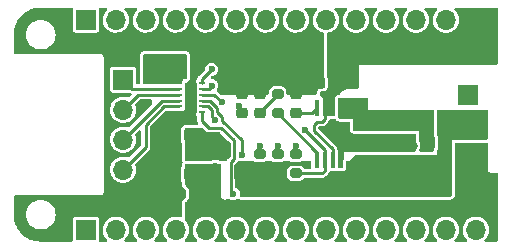
<source format=gtl>
%TF.GenerationSoftware,KiCad,Pcbnew,(6.0.0-0)*%
%TF.CreationDate,2023-05-28T12:29:54+10:00*%
%TF.ProjectId,motor-driver,6d6f746f-722d-4647-9269-7665722e6b69,v1.0.0*%
%TF.SameCoordinates,Original*%
%TF.FileFunction,Copper,L1,Top*%
%TF.FilePolarity,Positive*%
%FSLAX46Y46*%
G04 Gerber Fmt 4.6, Leading zero omitted, Abs format (unit mm)*
G04 Created by KiCad (PCBNEW (6.0.0-0)) date 2023-05-28 12:29:54*
%MOMM*%
%LPD*%
G01*
G04 APERTURE LIST*
G04 Aperture macros list*
%AMRoundRect*
0 Rectangle with rounded corners*
0 $1 Rounding radius*
0 $2 $3 $4 $5 $6 $7 $8 $9 X,Y pos of 4 corners*
0 Add a 4 corners polygon primitive as box body*
4,1,4,$2,$3,$4,$5,$6,$7,$8,$9,$2,$3,0*
0 Add four circle primitives for the rounded corners*
1,1,$1+$1,$2,$3*
1,1,$1+$1,$4,$5*
1,1,$1+$1,$6,$7*
1,1,$1+$1,$8,$9*
0 Add four rect primitives between the rounded corners*
20,1,$1+$1,$2,$3,$4,$5,0*
20,1,$1+$1,$4,$5,$6,$7,0*
20,1,$1+$1,$6,$7,$8,$9,0*
20,1,$1+$1,$8,$9,$2,$3,0*%
G04 Aperture macros list end*
%TA.AperFunction,SMDPad,CuDef*%
%ADD10RoundRect,0.225000X-0.225000X-0.250000X0.225000X-0.250000X0.225000X0.250000X-0.225000X0.250000X0*%
%TD*%
%TA.AperFunction,SMDPad,CuDef*%
%ADD11RoundRect,0.250000X0.325000X0.650000X-0.325000X0.650000X-0.325000X-0.650000X0.325000X-0.650000X0*%
%TD*%
%TA.AperFunction,SMDPad,CuDef*%
%ADD12R,0.500000X0.250000*%
%TD*%
%TA.AperFunction,SMDPad,CuDef*%
%ADD13R,1.000000X2.650000*%
%TD*%
%TA.AperFunction,SMDPad,CuDef*%
%ADD14RoundRect,0.225000X0.250000X-0.225000X0.250000X0.225000X-0.250000X0.225000X-0.250000X-0.225000X0*%
%TD*%
%TA.AperFunction,SMDPad,CuDef*%
%ADD15RoundRect,0.200000X0.275000X-0.200000X0.275000X0.200000X-0.275000X0.200000X-0.275000X-0.200000X0*%
%TD*%
%TA.AperFunction,SMDPad,CuDef*%
%ADD16R,2.400000X1.500000*%
%TD*%
%TA.AperFunction,SMDPad,CuDef*%
%ADD17R,1.200000X0.900000*%
%TD*%
%TA.AperFunction,SMDPad,CuDef*%
%ADD18RoundRect,0.200000X0.200000X0.275000X-0.200000X0.275000X-0.200000X-0.275000X0.200000X-0.275000X0*%
%TD*%
%TA.AperFunction,SMDPad,CuDef*%
%ADD19RoundRect,0.250000X0.650000X-0.325000X0.650000X0.325000X-0.650000X0.325000X-0.650000X-0.325000X0*%
%TD*%
%TA.AperFunction,SMDPad,CuDef*%
%ADD20RoundRect,0.150000X0.150000X-0.587500X0.150000X0.587500X-0.150000X0.587500X-0.150000X-0.587500X0*%
%TD*%
%TA.AperFunction,ComponentPad*%
%ADD21R,1.700000X1.700000*%
%TD*%
%TA.AperFunction,ComponentPad*%
%ADD22O,1.700000X1.700000*%
%TD*%
%TA.AperFunction,SMDPad,CuDef*%
%ADD23RoundRect,0.225000X0.225000X0.250000X-0.225000X0.250000X-0.225000X-0.250000X0.225000X-0.250000X0*%
%TD*%
%TA.AperFunction,SMDPad,CuDef*%
%ADD24R,0.450000X1.450000*%
%TD*%
%TA.AperFunction,SMDPad,CuDef*%
%ADD25RoundRect,0.225000X-0.250000X0.225000X-0.250000X-0.225000X0.250000X-0.225000X0.250000X0.225000X0*%
%TD*%
%TA.AperFunction,ViaPad*%
%ADD26C,0.600000*%
%TD*%
%TA.AperFunction,ViaPad*%
%ADD27C,0.800000*%
%TD*%
%TA.AperFunction,Conductor*%
%ADD28C,0.250000*%
%TD*%
%TA.AperFunction,Conductor*%
%ADD29C,1.000000*%
%TD*%
G04 APERTURE END LIST*
D10*
%TO.P,C5,1*%
%TO.N,Vdrive*%
X136385000Y-93726000D03*
%TO.P,C5,2*%
%TO.N,GND*%
X137935000Y-93726000D03*
%TD*%
D11*
%TO.P,C1,1*%
%TO.N,/Vin*%
X150319000Y-93472000D03*
%TO.P,C1,2*%
%TO.N,GND*%
X147369000Y-93472000D03*
%TD*%
D12*
%TO.P,U2,1,VM*%
%TO.N,Vdrive*%
X136210000Y-95524000D03*
%TO.P,U2,2,AOUT1*%
%TO.N,/M1+*%
X136210000Y-96024000D03*
%TO.P,U2,3,AOUT2*%
%TO.N,/M1-*%
X136210000Y-96524000D03*
%TO.P,U2,4,BOUT1*%
%TO.N,/M2+*%
X136210000Y-97024000D03*
%TO.P,U2,5,BOUT2*%
%TO.N,/M2-*%
X136210000Y-97524000D03*
%TO.P,U2,6,GND*%
%TO.N,GND*%
X136210000Y-98024000D03*
%TO.P,U2,7,BIN2/EN*%
%TO.N,/BIN2*%
X138110000Y-98024000D03*
%TO.P,U2,8,BIN1/PH*%
%TO.N,/BIN1*%
X138110000Y-97524000D03*
%TO.P,U2,9,AIN2/EN*%
%TO.N,/AIN2*%
X138110000Y-97024000D03*
%TO.P,U2,10,AIN1/PH*%
%TO.N,/AIN1*%
X138110000Y-96524000D03*
%TO.P,U2,11,MODE*%
%TO.N,Net-(JP1-Pad2)*%
X138110000Y-96024000D03*
%TO.P,U2,12,VCC*%
%TO.N,+3V3*%
X138110000Y-95524000D03*
D13*
%TO.P,U2,13,Pad*%
%TO.N,GND*%
X137160000Y-96774000D03*
%TD*%
D14*
%TO.P,C6,1*%
%TO.N,Net-(C6-Pad1)*%
X143002000Y-98057000D03*
%TO.P,C6,2*%
%TO.N,GND*%
X143002000Y-96507000D03*
%TD*%
D15*
%TO.P,R4,1*%
%TO.N,/Vboost*%
X143002000Y-103187000D03*
%TO.P,R4,2*%
%TO.N,Net-(JP3-Pad2)*%
X143002000Y-101537000D03*
%TD*%
D16*
%TO.P,L1,1,1*%
%TO.N,/Vin*%
X154940000Y-93135000D03*
%TO.P,L1,2,2*%
%TO.N,Net-(D1-Pad2)*%
X154940000Y-98635000D03*
%TD*%
D14*
%TO.P,C4,1*%
%TO.N,Net-(C4-Pad1)*%
X146050000Y-98057000D03*
%TO.P,C4,2*%
%TO.N,GND*%
X146050000Y-96507000D03*
%TD*%
D17*
%TO.P,D2,1,K*%
%TO.N,Vdrive*%
X137160000Y-99950000D03*
%TO.P,D2,2,A*%
%TO.N,VDC*%
X137160000Y-103250000D03*
%TD*%
D15*
%TO.P,R3,1*%
%TO.N,Net-(JP2-Pad1)*%
X146050000Y-103187000D03*
%TO.P,R3,2*%
%TO.N,GND*%
X146050000Y-101537000D03*
%TD*%
D18*
%TO.P,R5,1*%
%TO.N,VDC*%
X137985000Y-104902000D03*
%TO.P,R5,2*%
%TO.N,GND*%
X136335000Y-104902000D03*
%TD*%
D19*
%TO.P,C8,1*%
%TO.N,/Vboost*%
X154686000Y-103710000D03*
%TO.P,C8,2*%
%TO.N,GND*%
X154686000Y-100760000D03*
%TD*%
D20*
%TO.P,Q1,1,G*%
%TO.N,VDC*%
X139258000Y-103045500D03*
%TO.P,Q1,2,S*%
%TO.N,/Vboost*%
X141158000Y-103045500D03*
%TO.P,Q1,3,D*%
%TO.N,Vdrive*%
X140208000Y-101170500D03*
%TD*%
D21*
%TO.P,J2,1,Pin_1*%
%TO.N,GND*%
X160655000Y-96520000D03*
D22*
%TO.P,J2,2,Pin_2*%
%TO.N,/Vboost*%
X160655000Y-99060000D03*
%TO.P,J2,3,Pin_3*%
%TO.N,VDC*%
X160655000Y-101600000D03*
%TD*%
D15*
%TO.P,R2,1*%
%TO.N,/Vboost*%
X144526000Y-103187000D03*
%TO.P,R2,2*%
%TO.N,Net-(JP2-Pad2)*%
X144526000Y-101537000D03*
%TD*%
D19*
%TO.P,C7,1*%
%TO.N,/Vboost*%
X152146000Y-103710000D03*
%TO.P,C7,2*%
%TO.N,GND*%
X152146000Y-100760000D03*
%TD*%
D23*
%TO.P,C2,1*%
%TO.N,/Vin*%
X149619000Y-95504000D03*
%TO.P,C2,2*%
%TO.N,GND*%
X148069000Y-95504000D03*
%TD*%
D21*
%TO.P,J3,1,Pin_1*%
%TO.N,/M1+*%
X131445000Y-95250000D03*
D22*
%TO.P,J3,2,Pin_2*%
%TO.N,/M1-*%
X131445000Y-97790000D03*
%TO.P,J3,3,Pin_3*%
%TO.N,/M2+*%
X131445000Y-100330000D03*
%TO.P,J3,4,Pin_4*%
%TO.N,/M2-*%
X131445000Y-102870000D03*
%TD*%
D17*
%TO.P,D1,1,K*%
%TO.N,/Vboost*%
X157226000Y-103885000D03*
%TO.P,D1,2,A*%
%TO.N,Net-(D1-Pad2)*%
X157226000Y-100585000D03*
%TD*%
D24*
%TO.P,U1,1,COMP*%
%TO.N,Net-(R1-Pad1)*%
X147869000Y-102022000D03*
%TO.P,U1,2,FB*%
%TO.N,Net-(JP2-Pad1)*%
X148519000Y-102022000D03*
%TO.P,U1,3,EN*%
%TO.N,/Vin*%
X149169000Y-102022000D03*
%TO.P,U1,4,GND*%
%TO.N,GND*%
X149819000Y-102022000D03*
%TO.P,U1,5,SW*%
%TO.N,Net-(D1-Pad2)*%
X149819000Y-97622000D03*
%TO.P,U1,6,IN*%
%TO.N,/Vin*%
X149169000Y-97622000D03*
%TO.P,U1,7,FREQ*%
X148519000Y-97622000D03*
%TO.P,U1,8,SS*%
%TO.N,Net-(C4-Pad1)*%
X147869000Y-97622000D03*
%TD*%
D25*
%TO.P,C3,1*%
%TO.N,GND*%
X141478000Y-96507000D03*
%TO.P,C3,2*%
%TO.N,+3V3*%
X141478000Y-98057000D03*
%TD*%
D15*
%TO.P,R1,1*%
%TO.N,Net-(R1-Pad1)*%
X144526000Y-98107000D03*
%TO.P,R1,2*%
%TO.N,Net-(C6-Pad1)*%
X144526000Y-96457000D03*
%TD*%
D21*
%TO.P,J4,1,Pin_1*%
%TO.N,unconnected-(J4-Pad1)*%
X128280000Y-90170000D03*
D22*
%TO.P,J4,2,Pin_2*%
%TO.N,unconnected-(J4-Pad2)*%
X130820000Y-90170000D03*
%TO.P,J4,3,Pin_3*%
%TO.N,unconnected-(J4-Pad3)*%
X133360000Y-90170000D03*
%TO.P,J4,4,Pin_4*%
%TO.N,unconnected-(J4-Pad4)*%
X135900000Y-90170000D03*
%TO.P,J4,5,Pin_5*%
%TO.N,unconnected-(J4-Pad5)*%
X138440000Y-90170000D03*
%TO.P,J4,6,Pin_6*%
%TO.N,+3V3*%
X140980000Y-90170000D03*
%TO.P,J4,7,Pin_7*%
%TO.N,unconnected-(J4-Pad7)*%
X143520000Y-90170000D03*
%TO.P,J4,8,Pin_8*%
%TO.N,unconnected-(J4-Pad8)*%
X146060000Y-90170000D03*
%TO.P,J4,9,Pin_9*%
%TO.N,unconnected-(J4-Pad9)*%
X148600000Y-90170000D03*
%TO.P,J4,10,Pin_10*%
%TO.N,unconnected-(J4-Pad10)*%
X151140000Y-90170000D03*
%TO.P,J4,11,Pin_11*%
%TO.N,unconnected-(J4-Pad11)*%
X153680000Y-90170000D03*
%TO.P,J4,12,Pin_12*%
%TO.N,unconnected-(J4-Pad12)*%
X156220000Y-90170000D03*
%TO.P,J4,13,Pin_13*%
%TO.N,unconnected-(J4-Pad13)*%
X158760000Y-90170000D03*
%TO.P,J4,14,Pin_14*%
%TO.N,/Vin*%
X161300000Y-90170000D03*
%TD*%
D21*
%TO.P,J1,1,Pin_1*%
%TO.N,unconnected-(J1-Pad1)*%
X128280000Y-107950000D03*
D22*
%TO.P,J1,2,Pin_2*%
%TO.N,unconnected-(J1-Pad2)*%
X130820000Y-107950000D03*
%TO.P,J1,3,Pin_3*%
%TO.N,unconnected-(J1-Pad3)*%
X133360000Y-107950000D03*
%TO.P,J1,4,Pin_4*%
%TO.N,/AIN1*%
X135900000Y-107950000D03*
%TO.P,J1,5,Pin_5*%
%TO.N,/BIN1*%
X138440000Y-107950000D03*
%TO.P,J1,6,Pin_6*%
%TO.N,/AIN2*%
X140980000Y-107950000D03*
%TO.P,J1,7,Pin_7*%
%TO.N,/BIN2*%
X143520000Y-107950000D03*
%TO.P,J1,8,Pin_8*%
%TO.N,GND*%
X146060000Y-107950000D03*
%TO.P,J1,9,Pin_9*%
%TO.N,unconnected-(J1-Pad9)*%
X148600000Y-107950000D03*
%TO.P,J1,10,Pin_10*%
%TO.N,unconnected-(J1-Pad10)*%
X151140000Y-107950000D03*
%TO.P,J1,11,Pin_11*%
%TO.N,unconnected-(J1-Pad11)*%
X153680000Y-107950000D03*
%TO.P,J1,12,Pin_12*%
%TO.N,unconnected-(J1-Pad12)*%
X156220000Y-107950000D03*
%TO.P,J1,13,Pin_13*%
%TO.N,unconnected-(J1-Pad13)*%
X158760000Y-107950000D03*
%TO.P,J1,14,Pin_14*%
%TO.N,unconnected-(J1-Pad14)*%
X161300000Y-107950000D03*
%TD*%
D26*
%TO.N,GND*%
X137160000Y-96774000D03*
X143510000Y-92710000D03*
X145415000Y-94615000D03*
X143510000Y-94615000D03*
X137160000Y-97790000D03*
D27*
X135128000Y-101092000D03*
D26*
X137922000Y-91948000D03*
X136144000Y-91948000D03*
X134239000Y-91948000D03*
D27*
X155956000Y-100838000D03*
X135128000Y-102362000D03*
D26*
X141605000Y-94615000D03*
D27*
X150622000Y-100838000D03*
D26*
X146050000Y-100838000D03*
X145415000Y-92710000D03*
X132334000Y-91948000D03*
D27*
X135128000Y-104902000D03*
D26*
X137160000Y-95758000D03*
D27*
X135128000Y-103632000D03*
D26*
X141605000Y-92710000D03*
%TO.N,+3V3*%
X138935170Y-94392720D03*
X141222731Y-97456481D03*
%TO.N,Vdrive*%
X133858000Y-93472000D03*
X134874000Y-93472000D03*
X133858000Y-94488000D03*
X134874000Y-94488000D03*
X139192000Y-101600000D03*
X139192000Y-100584000D03*
X138176000Y-101600000D03*
X138176000Y-100584000D03*
%TO.N,/AIN1*%
X139797406Y-97168489D03*
%TO.N,/BIN1*%
X139192000Y-98687161D03*
%TO.N,/AIN2*%
X141478000Y-101600000D03*
%TO.N,/BIN2*%
X140754500Y-104902000D03*
%TO.N,Net-(JP1-Pad2)*%
X138938000Y-95758000D03*
%TO.N,Net-(JP2-Pad1)*%
X146841089Y-99538911D03*
%TO.N,Net-(JP2-Pad2)*%
X144526000Y-100838000D03*
%TO.N,Net-(JP3-Pad2)*%
X143002000Y-100838000D03*
%TD*%
D28*
%TO.N,/Vin*%
X147574000Y-99568000D02*
X147574000Y-99060000D01*
X147574000Y-99060000D02*
X147828000Y-98806000D01*
X149169000Y-101163000D02*
X147574000Y-99568000D01*
X148519000Y-98571022D02*
X148519000Y-97622000D01*
X149169000Y-102022000D02*
X149169000Y-101163000D01*
X148284022Y-98806000D02*
X148519000Y-98571022D01*
X147828000Y-98806000D02*
X148284022Y-98806000D01*
D29*
%TO.N,GND*%
X152146000Y-100760000D02*
X154686000Y-100760000D01*
D28*
X146050000Y-101537000D02*
X146050000Y-100838000D01*
%TO.N,+3V3*%
X141222731Y-97456481D02*
X141222731Y-97801731D01*
X141222731Y-97801731D02*
X141478000Y-98057000D01*
X138110000Y-95217890D02*
X138935170Y-94392720D01*
X138110000Y-95524000D02*
X138110000Y-95217890D01*
%TO.N,Net-(C4-Pad1)*%
X147434000Y-98057000D02*
X147869000Y-97622000D01*
X146050000Y-98057000D02*
X147434000Y-98057000D01*
%TO.N,Net-(C6-Pad1)*%
X143002000Y-97981000D02*
X144526000Y-96457000D01*
X143002000Y-98057000D02*
X143002000Y-97981000D01*
%TO.N,/AIN1*%
X139797406Y-97168489D02*
X139152917Y-96524000D01*
X139152917Y-96524000D02*
X138110000Y-96524000D01*
%TO.N,/BIN1*%
X138940339Y-98435500D02*
X138940339Y-97830317D01*
X138634022Y-97524000D02*
X138110000Y-97524000D01*
X139192000Y-98687161D02*
X138940339Y-98435500D01*
X138940339Y-97830317D02*
X138634022Y-97524000D01*
%TO.N,/AIN2*%
X138769740Y-97024000D02*
X138110000Y-97024000D01*
X139389859Y-97644119D02*
X138769740Y-97024000D01*
X139389859Y-97987859D02*
X139389859Y-97644119D01*
X139816511Y-98734721D02*
X139816511Y-98414511D01*
X141478000Y-101600000D02*
X141478000Y-100396210D01*
X141478000Y-100396210D02*
X139816511Y-98734721D01*
X139816511Y-98414511D02*
X139389859Y-97987859D01*
%TO.N,/BIN2*%
X140533480Y-104680980D02*
X140533480Y-102261448D01*
X140754500Y-104902000D02*
X140533480Y-104680980D01*
X140832520Y-101962408D02*
X140832520Y-100386448D01*
X138110000Y-98740000D02*
X138110000Y-98024000D01*
X140832520Y-100386448D02*
X139760072Y-99314000D01*
X139760072Y-99314000D02*
X138684000Y-99314000D01*
X140533480Y-102261448D02*
X140832520Y-101962408D01*
X138684000Y-99314000D02*
X138110000Y-98740000D01*
%TO.N,/M1+*%
X136210000Y-96024000D02*
X132219000Y-96024000D01*
X132219000Y-96024000D02*
X131445000Y-95250000D01*
%TO.N,/M1-*%
X132711000Y-96524000D02*
X131445000Y-97790000D01*
X136210000Y-96524000D02*
X132711000Y-96524000D01*
%TO.N,/M2-*%
X136210000Y-97524000D02*
X134886718Y-97524000D01*
X133350000Y-100965000D02*
X131445000Y-102870000D01*
X134886718Y-97524000D02*
X133350000Y-99060718D01*
X133350000Y-99060718D02*
X133350000Y-100965000D01*
%TO.N,/M2+*%
X136210000Y-97024000D02*
X134751000Y-97024000D01*
X134751000Y-97024000D02*
X131445000Y-100330000D01*
%TO.N,Net-(JP1-Pad2)*%
X138672000Y-96024000D02*
X138938000Y-95758000D01*
X138110000Y-96024000D02*
X138672000Y-96024000D01*
%TO.N,Net-(JP2-Pad1)*%
X148519000Y-102022000D02*
X148519000Y-101216822D01*
X146050000Y-103187000D02*
X148303022Y-103187000D01*
X148519000Y-102971022D02*
X148519000Y-102022000D01*
X148303022Y-103187000D02*
X148519000Y-102971022D01*
X148519000Y-101216822D02*
X146841089Y-99538911D01*
%TO.N,Net-(JP2-Pad2)*%
X144526000Y-100838000D02*
X144526000Y-101537000D01*
%TO.N,Net-(JP3-Pad2)*%
X143002000Y-100838000D02*
X143002000Y-101537000D01*
%TO.N,Net-(R1-Pad1)*%
X144526000Y-98107000D02*
X147869000Y-101450000D01*
X147869000Y-101450000D02*
X147869000Y-102022000D01*
%TD*%
%TA.AperFunction,Conductor*%
%TO.N,GND*%
G36*
X127119092Y-89174002D02*
G01*
X127165585Y-89227658D01*
X127176204Y-89291393D01*
X127175500Y-89294933D01*
X127175500Y-89301123D01*
X127175501Y-90170069D01*
X127175501Y-91045066D01*
X127190266Y-91119301D01*
X127197161Y-91129620D01*
X127197162Y-91129622D01*
X127237516Y-91190015D01*
X127246516Y-91203484D01*
X127330699Y-91259734D01*
X127404933Y-91274500D01*
X128279858Y-91274500D01*
X129155066Y-91274499D01*
X129190818Y-91267388D01*
X129217126Y-91262156D01*
X129217128Y-91262155D01*
X129229301Y-91259734D01*
X129239621Y-91252839D01*
X129239622Y-91252838D01*
X129303168Y-91210377D01*
X129313484Y-91203484D01*
X129369734Y-91119301D01*
X129384500Y-91045067D01*
X129384499Y-89294934D01*
X129383806Y-89291450D01*
X129396863Y-89222598D01*
X129445703Y-89171069D01*
X129509028Y-89154000D01*
X129968487Y-89154000D01*
X130036608Y-89174002D01*
X130083101Y-89227658D01*
X130093205Y-89297932D01*
X130063711Y-89362512D01*
X130051565Y-89374732D01*
X130015392Y-89406455D01*
X129889720Y-89565869D01*
X129887031Y-89570980D01*
X129887029Y-89570983D01*
X129874073Y-89595609D01*
X129795203Y-89745515D01*
X129735007Y-89939378D01*
X129711148Y-90140964D01*
X129724424Y-90343522D01*
X129725845Y-90349118D01*
X129725846Y-90349123D01*
X129746119Y-90428945D01*
X129774392Y-90540269D01*
X129776809Y-90545512D01*
X129812264Y-90622420D01*
X129859377Y-90724616D01*
X129862710Y-90729332D01*
X129894265Y-90773981D01*
X129976533Y-90890389D01*
X129980675Y-90894424D01*
X130070940Y-90982355D01*
X130121938Y-91032035D01*
X130290720Y-91144812D01*
X130296023Y-91147090D01*
X130296026Y-91147092D01*
X130427283Y-91203484D01*
X130477228Y-91224942D01*
X130550244Y-91241464D01*
X130669579Y-91268467D01*
X130669584Y-91268468D01*
X130675216Y-91269742D01*
X130680987Y-91269969D01*
X130680989Y-91269969D01*
X130740756Y-91272317D01*
X130878053Y-91277712D01*
X130985348Y-91262155D01*
X131073231Y-91249413D01*
X131073236Y-91249412D01*
X131078945Y-91248584D01*
X131084409Y-91246729D01*
X131084414Y-91246728D01*
X131265693Y-91185192D01*
X131265698Y-91185190D01*
X131271165Y-91183334D01*
X131304880Y-91164453D01*
X131345683Y-91141602D01*
X131448276Y-91084147D01*
X131487969Y-91051135D01*
X131599913Y-90958031D01*
X131604345Y-90954345D01*
X131661463Y-90885669D01*
X131730453Y-90802718D01*
X131730455Y-90802715D01*
X131734147Y-90798276D01*
X131824664Y-90636647D01*
X131830510Y-90626208D01*
X131830511Y-90626206D01*
X131833334Y-90621165D01*
X131835190Y-90615698D01*
X131835192Y-90615693D01*
X131896728Y-90434414D01*
X131896729Y-90434409D01*
X131898584Y-90428945D01*
X131899412Y-90423236D01*
X131899413Y-90423231D01*
X131927179Y-90231727D01*
X131927712Y-90228053D01*
X131929232Y-90170000D01*
X131910658Y-89967859D01*
X131905949Y-89951161D01*
X131857125Y-89778046D01*
X131857124Y-89778044D01*
X131855557Y-89772487D01*
X131844978Y-89751033D01*
X131768331Y-89595609D01*
X131765776Y-89590428D01*
X131644320Y-89427779D01*
X131617134Y-89402648D01*
X131584546Y-89372524D01*
X131548101Y-89311596D01*
X131550382Y-89240636D01*
X131590665Y-89182174D01*
X131656160Y-89154771D01*
X131670075Y-89154000D01*
X132508487Y-89154000D01*
X132576608Y-89174002D01*
X132623101Y-89227658D01*
X132633205Y-89297932D01*
X132603711Y-89362512D01*
X132591565Y-89374732D01*
X132555392Y-89406455D01*
X132429720Y-89565869D01*
X132427031Y-89570980D01*
X132427029Y-89570983D01*
X132414073Y-89595609D01*
X132335203Y-89745515D01*
X132275007Y-89939378D01*
X132251148Y-90140964D01*
X132264424Y-90343522D01*
X132265845Y-90349118D01*
X132265846Y-90349123D01*
X132286119Y-90428945D01*
X132314392Y-90540269D01*
X132316809Y-90545512D01*
X132352264Y-90622420D01*
X132399377Y-90724616D01*
X132402710Y-90729332D01*
X132434265Y-90773981D01*
X132516533Y-90890389D01*
X132520675Y-90894424D01*
X132610940Y-90982355D01*
X132661938Y-91032035D01*
X132830720Y-91144812D01*
X132836023Y-91147090D01*
X132836026Y-91147092D01*
X132967283Y-91203484D01*
X133017228Y-91224942D01*
X133090244Y-91241464D01*
X133209579Y-91268467D01*
X133209584Y-91268468D01*
X133215216Y-91269742D01*
X133220987Y-91269969D01*
X133220989Y-91269969D01*
X133280756Y-91272317D01*
X133418053Y-91277712D01*
X133525348Y-91262155D01*
X133613231Y-91249413D01*
X133613236Y-91249412D01*
X133618945Y-91248584D01*
X133624409Y-91246729D01*
X133624414Y-91246728D01*
X133805693Y-91185192D01*
X133805698Y-91185190D01*
X133811165Y-91183334D01*
X133844880Y-91164453D01*
X133885683Y-91141602D01*
X133988276Y-91084147D01*
X134027969Y-91051135D01*
X134139913Y-90958031D01*
X134144345Y-90954345D01*
X134201463Y-90885669D01*
X134270453Y-90802718D01*
X134270455Y-90802715D01*
X134274147Y-90798276D01*
X134364664Y-90636647D01*
X134370510Y-90626208D01*
X134370511Y-90626206D01*
X134373334Y-90621165D01*
X134375190Y-90615698D01*
X134375192Y-90615693D01*
X134436728Y-90434414D01*
X134436729Y-90434409D01*
X134438584Y-90428945D01*
X134439412Y-90423236D01*
X134439413Y-90423231D01*
X134467179Y-90231727D01*
X134467712Y-90228053D01*
X134469232Y-90170000D01*
X134450658Y-89967859D01*
X134445949Y-89951161D01*
X134397125Y-89778046D01*
X134397124Y-89778044D01*
X134395557Y-89772487D01*
X134384978Y-89751033D01*
X134308331Y-89595609D01*
X134305776Y-89590428D01*
X134184320Y-89427779D01*
X134157134Y-89402648D01*
X134124546Y-89372524D01*
X134088101Y-89311596D01*
X134090382Y-89240636D01*
X134130665Y-89182174D01*
X134196160Y-89154771D01*
X134210075Y-89154000D01*
X135048487Y-89154000D01*
X135116608Y-89174002D01*
X135163101Y-89227658D01*
X135173205Y-89297932D01*
X135143711Y-89362512D01*
X135131565Y-89374732D01*
X135095392Y-89406455D01*
X134969720Y-89565869D01*
X134967031Y-89570980D01*
X134967029Y-89570983D01*
X134954073Y-89595609D01*
X134875203Y-89745515D01*
X134815007Y-89939378D01*
X134791148Y-90140964D01*
X134804424Y-90343522D01*
X134805845Y-90349118D01*
X134805846Y-90349123D01*
X134826119Y-90428945D01*
X134854392Y-90540269D01*
X134856809Y-90545512D01*
X134892264Y-90622420D01*
X134939377Y-90724616D01*
X134942710Y-90729332D01*
X134974265Y-90773981D01*
X135056533Y-90890389D01*
X135060675Y-90894424D01*
X135150940Y-90982355D01*
X135201938Y-91032035D01*
X135370720Y-91144812D01*
X135376023Y-91147090D01*
X135376026Y-91147092D01*
X135507283Y-91203484D01*
X135557228Y-91224942D01*
X135630244Y-91241464D01*
X135749579Y-91268467D01*
X135749584Y-91268468D01*
X135755216Y-91269742D01*
X135760987Y-91269969D01*
X135760989Y-91269969D01*
X135820756Y-91272317D01*
X135958053Y-91277712D01*
X136065348Y-91262155D01*
X136153231Y-91249413D01*
X136153236Y-91249412D01*
X136158945Y-91248584D01*
X136164409Y-91246729D01*
X136164414Y-91246728D01*
X136345693Y-91185192D01*
X136345698Y-91185190D01*
X136351165Y-91183334D01*
X136384880Y-91164453D01*
X136425683Y-91141602D01*
X136528276Y-91084147D01*
X136567969Y-91051135D01*
X136679913Y-90958031D01*
X136684345Y-90954345D01*
X136741463Y-90885669D01*
X136810453Y-90802718D01*
X136810455Y-90802715D01*
X136814147Y-90798276D01*
X136904664Y-90636647D01*
X136910510Y-90626208D01*
X136910511Y-90626206D01*
X136913334Y-90621165D01*
X136915190Y-90615698D01*
X136915192Y-90615693D01*
X136976728Y-90434414D01*
X136976729Y-90434409D01*
X136978584Y-90428945D01*
X136979412Y-90423236D01*
X136979413Y-90423231D01*
X137007179Y-90231727D01*
X137007712Y-90228053D01*
X137009232Y-90170000D01*
X136990658Y-89967859D01*
X136985949Y-89951161D01*
X136937125Y-89778046D01*
X136937124Y-89778044D01*
X136935557Y-89772487D01*
X136924978Y-89751033D01*
X136848331Y-89595609D01*
X136845776Y-89590428D01*
X136724320Y-89427779D01*
X136697134Y-89402648D01*
X136664546Y-89372524D01*
X136628101Y-89311596D01*
X136630382Y-89240636D01*
X136670665Y-89182174D01*
X136736160Y-89154771D01*
X136750075Y-89154000D01*
X137588487Y-89154000D01*
X137656608Y-89174002D01*
X137703101Y-89227658D01*
X137713205Y-89297932D01*
X137683711Y-89362512D01*
X137671565Y-89374732D01*
X137635392Y-89406455D01*
X137509720Y-89565869D01*
X137507031Y-89570980D01*
X137507029Y-89570983D01*
X137494073Y-89595609D01*
X137415203Y-89745515D01*
X137355007Y-89939378D01*
X137331148Y-90140964D01*
X137344424Y-90343522D01*
X137345845Y-90349118D01*
X137345846Y-90349123D01*
X137366119Y-90428945D01*
X137394392Y-90540269D01*
X137396809Y-90545512D01*
X137432264Y-90622420D01*
X137479377Y-90724616D01*
X137482710Y-90729332D01*
X137514265Y-90773981D01*
X137596533Y-90890389D01*
X137600675Y-90894424D01*
X137690940Y-90982355D01*
X137741938Y-91032035D01*
X137910720Y-91144812D01*
X137916023Y-91147090D01*
X137916026Y-91147092D01*
X138047283Y-91203484D01*
X138097228Y-91224942D01*
X138170244Y-91241464D01*
X138289579Y-91268467D01*
X138289584Y-91268468D01*
X138295216Y-91269742D01*
X138300987Y-91269969D01*
X138300989Y-91269969D01*
X138360756Y-91272317D01*
X138498053Y-91277712D01*
X138605348Y-91262155D01*
X138693231Y-91249413D01*
X138693236Y-91249412D01*
X138698945Y-91248584D01*
X138704409Y-91246729D01*
X138704414Y-91246728D01*
X138885693Y-91185192D01*
X138885698Y-91185190D01*
X138891165Y-91183334D01*
X138924880Y-91164453D01*
X138965683Y-91141602D01*
X139068276Y-91084147D01*
X139107969Y-91051135D01*
X139219913Y-90958031D01*
X139224345Y-90954345D01*
X139281463Y-90885669D01*
X139350453Y-90802718D01*
X139350455Y-90802715D01*
X139354147Y-90798276D01*
X139444664Y-90636647D01*
X139450510Y-90626208D01*
X139450511Y-90626206D01*
X139453334Y-90621165D01*
X139455190Y-90615698D01*
X139455192Y-90615693D01*
X139516728Y-90434414D01*
X139516729Y-90434409D01*
X139518584Y-90428945D01*
X139519412Y-90423236D01*
X139519413Y-90423231D01*
X139547179Y-90231727D01*
X139547712Y-90228053D01*
X139549232Y-90170000D01*
X139530658Y-89967859D01*
X139525949Y-89951161D01*
X139477125Y-89778046D01*
X139477124Y-89778044D01*
X139475557Y-89772487D01*
X139464978Y-89751033D01*
X139388331Y-89595609D01*
X139385776Y-89590428D01*
X139264320Y-89427779D01*
X139237134Y-89402648D01*
X139204546Y-89372524D01*
X139168101Y-89311596D01*
X139170382Y-89240636D01*
X139210665Y-89182174D01*
X139276160Y-89154771D01*
X139290075Y-89154000D01*
X140128487Y-89154000D01*
X140196608Y-89174002D01*
X140243101Y-89227658D01*
X140253205Y-89297932D01*
X140223711Y-89362512D01*
X140211565Y-89374732D01*
X140175392Y-89406455D01*
X140049720Y-89565869D01*
X140047031Y-89570980D01*
X140047029Y-89570983D01*
X140034073Y-89595609D01*
X139955203Y-89745515D01*
X139895007Y-89939378D01*
X139871148Y-90140964D01*
X139884424Y-90343522D01*
X139885845Y-90349118D01*
X139885846Y-90349123D01*
X139906119Y-90428945D01*
X139934392Y-90540269D01*
X139936809Y-90545512D01*
X139972264Y-90622420D01*
X140019377Y-90724616D01*
X140022710Y-90729332D01*
X140054265Y-90773981D01*
X140136533Y-90890389D01*
X140140675Y-90894424D01*
X140230940Y-90982355D01*
X140281938Y-91032035D01*
X140450720Y-91144812D01*
X140456023Y-91147090D01*
X140456026Y-91147092D01*
X140587283Y-91203484D01*
X140637228Y-91224942D01*
X140710244Y-91241464D01*
X140829579Y-91268467D01*
X140829584Y-91268468D01*
X140835216Y-91269742D01*
X140840987Y-91269969D01*
X140840989Y-91269969D01*
X140900756Y-91272317D01*
X141038053Y-91277712D01*
X141145348Y-91262155D01*
X141233231Y-91249413D01*
X141233236Y-91249412D01*
X141238945Y-91248584D01*
X141244409Y-91246729D01*
X141244414Y-91246728D01*
X141425693Y-91185192D01*
X141425698Y-91185190D01*
X141431165Y-91183334D01*
X141464880Y-91164453D01*
X141505683Y-91141602D01*
X141608276Y-91084147D01*
X141647969Y-91051135D01*
X141759913Y-90958031D01*
X141764345Y-90954345D01*
X141821463Y-90885669D01*
X141890453Y-90802718D01*
X141890455Y-90802715D01*
X141894147Y-90798276D01*
X141984664Y-90636647D01*
X141990510Y-90626208D01*
X141990511Y-90626206D01*
X141993334Y-90621165D01*
X141995190Y-90615698D01*
X141995192Y-90615693D01*
X142056728Y-90434414D01*
X142056729Y-90434409D01*
X142058584Y-90428945D01*
X142059412Y-90423236D01*
X142059413Y-90423231D01*
X142087179Y-90231727D01*
X142087712Y-90228053D01*
X142089232Y-90170000D01*
X142070658Y-89967859D01*
X142065949Y-89951161D01*
X142017125Y-89778046D01*
X142017124Y-89778044D01*
X142015557Y-89772487D01*
X142004978Y-89751033D01*
X141928331Y-89595609D01*
X141925776Y-89590428D01*
X141804320Y-89427779D01*
X141777134Y-89402648D01*
X141744546Y-89372524D01*
X141708101Y-89311596D01*
X141710382Y-89240636D01*
X141750665Y-89182174D01*
X141816160Y-89154771D01*
X141830075Y-89154000D01*
X142668487Y-89154000D01*
X142736608Y-89174002D01*
X142783101Y-89227658D01*
X142793205Y-89297932D01*
X142763711Y-89362512D01*
X142751565Y-89374732D01*
X142715392Y-89406455D01*
X142589720Y-89565869D01*
X142587031Y-89570980D01*
X142587029Y-89570983D01*
X142574073Y-89595609D01*
X142495203Y-89745515D01*
X142435007Y-89939378D01*
X142411148Y-90140964D01*
X142424424Y-90343522D01*
X142425845Y-90349118D01*
X142425846Y-90349123D01*
X142446119Y-90428945D01*
X142474392Y-90540269D01*
X142476809Y-90545512D01*
X142512264Y-90622420D01*
X142559377Y-90724616D01*
X142562710Y-90729332D01*
X142594265Y-90773981D01*
X142676533Y-90890389D01*
X142680675Y-90894424D01*
X142770940Y-90982355D01*
X142821938Y-91032035D01*
X142990720Y-91144812D01*
X142996023Y-91147090D01*
X142996026Y-91147092D01*
X143127283Y-91203484D01*
X143177228Y-91224942D01*
X143250244Y-91241464D01*
X143369579Y-91268467D01*
X143369584Y-91268468D01*
X143375216Y-91269742D01*
X143380987Y-91269969D01*
X143380989Y-91269969D01*
X143440756Y-91272317D01*
X143578053Y-91277712D01*
X143685348Y-91262155D01*
X143773231Y-91249413D01*
X143773236Y-91249412D01*
X143778945Y-91248584D01*
X143784409Y-91246729D01*
X143784414Y-91246728D01*
X143965693Y-91185192D01*
X143965698Y-91185190D01*
X143971165Y-91183334D01*
X144004880Y-91164453D01*
X144045683Y-91141602D01*
X144148276Y-91084147D01*
X144187969Y-91051135D01*
X144299913Y-90958031D01*
X144304345Y-90954345D01*
X144361463Y-90885669D01*
X144430453Y-90802718D01*
X144430455Y-90802715D01*
X144434147Y-90798276D01*
X144524664Y-90636647D01*
X144530510Y-90626208D01*
X144530511Y-90626206D01*
X144533334Y-90621165D01*
X144535190Y-90615698D01*
X144535192Y-90615693D01*
X144596728Y-90434414D01*
X144596729Y-90434409D01*
X144598584Y-90428945D01*
X144599412Y-90423236D01*
X144599413Y-90423231D01*
X144627179Y-90231727D01*
X144627712Y-90228053D01*
X144629232Y-90170000D01*
X144610658Y-89967859D01*
X144605949Y-89951161D01*
X144557125Y-89778046D01*
X144557124Y-89778044D01*
X144555557Y-89772487D01*
X144544978Y-89751033D01*
X144468331Y-89595609D01*
X144465776Y-89590428D01*
X144344320Y-89427779D01*
X144317134Y-89402648D01*
X144284546Y-89372524D01*
X144248101Y-89311596D01*
X144250382Y-89240636D01*
X144290665Y-89182174D01*
X144356160Y-89154771D01*
X144370075Y-89154000D01*
X145208487Y-89154000D01*
X145276608Y-89174002D01*
X145323101Y-89227658D01*
X145333205Y-89297932D01*
X145303711Y-89362512D01*
X145291565Y-89374732D01*
X145255392Y-89406455D01*
X145129720Y-89565869D01*
X145127031Y-89570980D01*
X145127029Y-89570983D01*
X145114073Y-89595609D01*
X145035203Y-89745515D01*
X144975007Y-89939378D01*
X144951148Y-90140964D01*
X144964424Y-90343522D01*
X144965845Y-90349118D01*
X144965846Y-90349123D01*
X144986119Y-90428945D01*
X145014392Y-90540269D01*
X145016809Y-90545512D01*
X145052264Y-90622420D01*
X145099377Y-90724616D01*
X145102710Y-90729332D01*
X145134265Y-90773981D01*
X145216533Y-90890389D01*
X145220675Y-90894424D01*
X145310940Y-90982355D01*
X145361938Y-91032035D01*
X145530720Y-91144812D01*
X145536023Y-91147090D01*
X145536026Y-91147092D01*
X145667283Y-91203484D01*
X145717228Y-91224942D01*
X145790244Y-91241464D01*
X145909579Y-91268467D01*
X145909584Y-91268468D01*
X145915216Y-91269742D01*
X145920987Y-91269969D01*
X145920989Y-91269969D01*
X145980756Y-91272317D01*
X146118053Y-91277712D01*
X146225348Y-91262155D01*
X146313231Y-91249413D01*
X146313236Y-91249412D01*
X146318945Y-91248584D01*
X146324409Y-91246729D01*
X146324414Y-91246728D01*
X146505693Y-91185192D01*
X146505698Y-91185190D01*
X146511165Y-91183334D01*
X146544880Y-91164453D01*
X146585683Y-91141602D01*
X146688276Y-91084147D01*
X146727969Y-91051135D01*
X146839913Y-90958031D01*
X146844345Y-90954345D01*
X146901463Y-90885669D01*
X146970453Y-90802718D01*
X146970455Y-90802715D01*
X146974147Y-90798276D01*
X147064664Y-90636647D01*
X147070510Y-90626208D01*
X147070511Y-90626206D01*
X147073334Y-90621165D01*
X147075190Y-90615698D01*
X147075192Y-90615693D01*
X147136728Y-90434414D01*
X147136729Y-90434409D01*
X147138584Y-90428945D01*
X147139412Y-90423236D01*
X147139413Y-90423231D01*
X147167179Y-90231727D01*
X147167712Y-90228053D01*
X147169232Y-90170000D01*
X147150658Y-89967859D01*
X147145949Y-89951161D01*
X147097125Y-89778046D01*
X147097124Y-89778044D01*
X147095557Y-89772487D01*
X147084978Y-89751033D01*
X147008331Y-89595609D01*
X147005776Y-89590428D01*
X146884320Y-89427779D01*
X146857134Y-89402648D01*
X146824546Y-89372524D01*
X146788101Y-89311596D01*
X146790382Y-89240636D01*
X146830665Y-89182174D01*
X146896160Y-89154771D01*
X146910075Y-89154000D01*
X147748487Y-89154000D01*
X147816608Y-89174002D01*
X147863101Y-89227658D01*
X147873205Y-89297932D01*
X147843711Y-89362512D01*
X147831565Y-89374732D01*
X147795392Y-89406455D01*
X147669720Y-89565869D01*
X147667031Y-89570980D01*
X147667029Y-89570983D01*
X147654073Y-89595609D01*
X147575203Y-89745515D01*
X147515007Y-89939378D01*
X147491148Y-90140964D01*
X147504424Y-90343522D01*
X147505845Y-90349118D01*
X147505846Y-90349123D01*
X147526119Y-90428945D01*
X147554392Y-90540269D01*
X147556809Y-90545512D01*
X147592264Y-90622420D01*
X147639377Y-90724616D01*
X147642710Y-90729332D01*
X147674265Y-90773981D01*
X147756533Y-90890389D01*
X147760675Y-90894424D01*
X147850940Y-90982355D01*
X147901938Y-91032035D01*
X148070720Y-91144812D01*
X148076023Y-91147090D01*
X148076026Y-91147092D01*
X148207283Y-91203484D01*
X148257228Y-91224942D01*
X148353509Y-91246728D01*
X148365233Y-91249381D01*
X148427259Y-91283924D01*
X148460764Y-91346517D01*
X148462898Y-91378213D01*
X148463000Y-91378213D01*
X148463000Y-94993411D01*
X148465228Y-95018193D01*
X148466580Y-95033221D01*
X148467074Y-95038719D01*
X148467578Y-95041497D01*
X148467578Y-95041500D01*
X148468870Y-95048624D01*
X148475092Y-95082948D01*
X148487181Y-95126799D01*
X148507363Y-95180635D01*
X148511481Y-95191620D01*
X148519499Y-95235849D01*
X148519500Y-95501097D01*
X148519500Y-95759000D01*
X148499498Y-95827121D01*
X148445843Y-95873614D01*
X148393500Y-95885000D01*
X147955000Y-95885000D01*
X147955000Y-96028504D01*
X147934998Y-96096625D01*
X147919670Y-96115996D01*
X147910484Y-96125516D01*
X147910482Y-96125518D01*
X147904227Y-96132001D01*
X147858291Y-96219818D01*
X147838289Y-96287939D01*
X147837648Y-96292398D01*
X147837647Y-96292402D01*
X147837083Y-96296324D01*
X147828000Y-96359499D01*
X147828000Y-96394000D01*
X147807998Y-96462121D01*
X147754342Y-96508614D01*
X147702000Y-96520000D01*
X145381500Y-96520000D01*
X145313379Y-96499998D01*
X145266886Y-96446342D01*
X145255500Y-96394001D01*
X145255499Y-96205654D01*
X145255499Y-96202686D01*
X145255180Y-96199301D01*
X145253216Y-96178522D01*
X145253215Y-96178518D01*
X145252493Y-96170873D01*
X145207209Y-96041924D01*
X145126010Y-95931990D01*
X145016076Y-95850791D01*
X144887127Y-95805507D01*
X144879485Y-95804785D01*
X144879482Y-95804784D01*
X144864579Y-95803376D01*
X144855315Y-95802500D01*
X144526223Y-95802500D01*
X144196686Y-95802501D01*
X144193738Y-95802780D01*
X144193729Y-95802780D01*
X144172522Y-95804784D01*
X144172520Y-95804784D01*
X144164873Y-95805507D01*
X144035924Y-95850791D01*
X143925990Y-95931990D01*
X143844791Y-96041924D01*
X143799507Y-96170873D01*
X143796500Y-96202685D01*
X143796500Y-96394001D01*
X143776499Y-96462120D01*
X143722844Y-96508613D01*
X143670501Y-96520000D01*
X139737801Y-96520000D01*
X139669680Y-96499998D01*
X139648706Y-96483095D01*
X139459395Y-96293784D01*
X139444253Y-96275036D01*
X139443138Y-96273811D01*
X139437488Y-96265060D01*
X139416991Y-96248902D01*
X139375878Y-96191023D01*
X139372583Y-96120103D01*
X139395034Y-96073247D01*
X139417328Y-96044194D01*
X139417330Y-96044191D01*
X139422355Y-96037642D01*
X139427310Y-96025681D01*
X139475069Y-95910380D01*
X139478228Y-95902754D01*
X139480566Y-95885000D01*
X139496207Y-95766188D01*
X139497285Y-95758000D01*
X139480844Y-95633114D01*
X139479306Y-95621432D01*
X139479305Y-95621430D01*
X139478228Y-95613246D01*
X139422355Y-95478358D01*
X139355787Y-95391605D01*
X139338501Y-95369077D01*
X139338500Y-95369076D01*
X139333474Y-95362526D01*
X139326924Y-95357500D01*
X139326921Y-95357497D01*
X139224196Y-95278673D01*
X139224194Y-95278672D01*
X139217643Y-95273645D01*
X139082754Y-95217772D01*
X138950844Y-95200406D01*
X138885917Y-95171684D01*
X138846825Y-95112419D01*
X138845980Y-95041427D01*
X138878195Y-94986389D01*
X138878910Y-94985674D01*
X138941222Y-94951648D01*
X138951550Y-94949849D01*
X139079924Y-94932948D01*
X139214813Y-94877075D01*
X139221366Y-94872047D01*
X139324091Y-94793223D01*
X139324094Y-94793220D01*
X139330644Y-94788194D01*
X139419525Y-94672362D01*
X139475398Y-94537474D01*
X139494455Y-94392720D01*
X139483943Y-94312872D01*
X139476476Y-94256152D01*
X139476475Y-94256150D01*
X139475398Y-94247966D01*
X139419525Y-94113078D01*
X139330644Y-93997246D01*
X139324094Y-93992220D01*
X139324091Y-93992217D01*
X139221366Y-93913393D01*
X139221364Y-93913392D01*
X139214813Y-93908365D01*
X139079924Y-93852492D01*
X138935170Y-93833435D01*
X138926982Y-93834513D01*
X138798602Y-93851414D01*
X138798600Y-93851415D01*
X138790416Y-93852492D01*
X138742600Y-93872298D01*
X138663156Y-93905205D01*
X138663154Y-93905206D01*
X138655528Y-93908365D01*
X138539696Y-93997246D01*
X138450815Y-94113078D01*
X138394942Y-94247966D01*
X138393865Y-94256150D01*
X138393864Y-94256152D01*
X138378043Y-94376331D01*
X138349321Y-94441258D01*
X138342216Y-94448980D01*
X137879784Y-94911412D01*
X137861036Y-94926554D01*
X137859811Y-94927669D01*
X137851060Y-94933319D01*
X137844613Y-94941497D01*
X137844611Y-94941499D01*
X137830271Y-94959690D01*
X137826325Y-94964131D01*
X137826398Y-94964193D01*
X137823039Y-94968157D01*
X137819362Y-94971834D01*
X137808108Y-94987582D01*
X137804602Y-94992252D01*
X137772844Y-95032537D01*
X137769812Y-95041171D01*
X137764486Y-95048624D01*
X137753410Y-95085661D01*
X137749799Y-95097734D01*
X137747964Y-95103383D01*
X137732345Y-95147858D01*
X137695235Y-95199474D01*
X137695608Y-95199847D01*
X137693329Y-95202126D01*
X137690901Y-95205503D01*
X137687485Y-95207970D01*
X137686832Y-95208623D01*
X137676516Y-95215516D01*
X137620266Y-95299699D01*
X137605500Y-95373933D01*
X137605501Y-95674066D01*
X137620266Y-95748301D01*
X137616066Y-95749136D01*
X137621157Y-95796324D01*
X137620172Y-95799680D01*
X137620266Y-95799699D01*
X137605500Y-95873933D01*
X137605501Y-96174066D01*
X137611783Y-96205649D01*
X137620266Y-96248301D01*
X137616066Y-96249136D01*
X137621157Y-96296324D01*
X137620172Y-96299680D01*
X137620266Y-96299699D01*
X137605500Y-96373933D01*
X137605500Y-96394000D01*
X137585498Y-96462121D01*
X137531842Y-96508614D01*
X137479500Y-96520000D01*
X136981200Y-96520000D01*
X136913079Y-96499998D01*
X136866586Y-96446342D01*
X136855200Y-96394000D01*
X136855200Y-95501097D01*
X136875202Y-95432976D01*
X136918849Y-95391605D01*
X136947876Y-95375076D01*
X137001532Y-95328583D01*
X137032973Y-95295999D01*
X137078909Y-95208182D01*
X137098911Y-95140061D01*
X137109200Y-95068501D01*
X137109200Y-93217000D01*
X137103396Y-93163010D01*
X137099574Y-93145440D01*
X137092370Y-93112322D01*
X137092368Y-93112315D01*
X137092010Y-93110668D01*
X137084816Y-93084445D01*
X137046605Y-93017342D01*
X137038838Y-93003702D01*
X137038835Y-93003698D01*
X137035775Y-92998324D01*
X136999897Y-92956918D01*
X136991122Y-92946791D01*
X136991117Y-92946786D01*
X136989282Y-92944668D01*
X136956698Y-92913227D01*
X136868881Y-92867291D01*
X136800760Y-92847289D01*
X136796301Y-92846648D01*
X136796297Y-92846647D01*
X136764980Y-92842145D01*
X136729200Y-92837000D01*
X133222000Y-92837000D01*
X133218653Y-92837360D01*
X133218649Y-92837360D01*
X133171374Y-92842442D01*
X133171367Y-92842443D01*
X133168010Y-92842804D01*
X133164710Y-92843522D01*
X133164709Y-92843522D01*
X133117322Y-92853830D01*
X133117315Y-92853832D01*
X133115668Y-92854190D01*
X133089445Y-92861384D01*
X133048680Y-92884597D01*
X133008702Y-92907362D01*
X133008698Y-92907365D01*
X133003324Y-92910425D01*
X132998647Y-92914478D01*
X132966055Y-92942719D01*
X132949668Y-92956918D01*
X132918227Y-92989502D01*
X132872291Y-93077319D01*
X132852289Y-93145440D01*
X132851648Y-93149899D01*
X132851647Y-93149903D01*
X132847144Y-93181220D01*
X132842000Y-93217000D01*
X132842000Y-95518500D01*
X132821998Y-95586621D01*
X132768342Y-95633114D01*
X132716000Y-95644500D01*
X132675500Y-95644500D01*
X132607379Y-95624498D01*
X132560886Y-95570842D01*
X132549500Y-95518500D01*
X132549499Y-94381123D01*
X132549499Y-94374934D01*
X132534734Y-94300699D01*
X132499499Y-94247966D01*
X132485377Y-94226832D01*
X132478484Y-94216516D01*
X132394301Y-94160266D01*
X132320067Y-94145500D01*
X131445142Y-94145500D01*
X130569934Y-94145501D01*
X130534182Y-94152612D01*
X130507874Y-94157844D01*
X130507872Y-94157845D01*
X130495699Y-94160266D01*
X130485379Y-94167161D01*
X130485378Y-94167162D01*
X130424985Y-94207516D01*
X130411516Y-94216516D01*
X130355266Y-94300699D01*
X130340500Y-94374933D01*
X130340501Y-96125066D01*
X130355266Y-96199301D01*
X130362161Y-96209621D01*
X130362162Y-96209622D01*
X130378025Y-96233362D01*
X130411516Y-96283484D01*
X130495699Y-96339734D01*
X130569933Y-96354500D01*
X130805757Y-96354500D01*
X131993210Y-96354499D01*
X132034947Y-96361612D01*
X132036931Y-96362309D01*
X132043509Y-96365064D01*
X132049734Y-96369513D01*
X132062245Y-96373255D01*
X132065271Y-96375221D01*
X132069066Y-96377080D01*
X132068841Y-96377540D01*
X132121779Y-96411935D01*
X132150949Y-96476662D01*
X132140495Y-96546885D01*
X132115239Y-96583067D01*
X131970144Y-96728162D01*
X131907832Y-96762188D01*
X131834360Y-96756097D01*
X131760039Y-96726446D01*
X131754379Y-96725320D01*
X131754375Y-96725319D01*
X131566613Y-96687971D01*
X131566610Y-96687971D01*
X131560946Y-96686844D01*
X131555171Y-96686768D01*
X131555167Y-96686768D01*
X131453793Y-96685441D01*
X131357971Y-96684187D01*
X131352274Y-96685166D01*
X131352273Y-96685166D01*
X131316116Y-96691379D01*
X131157910Y-96718564D01*
X130967463Y-96788824D01*
X130793010Y-96892612D01*
X130788670Y-96896418D01*
X130788666Y-96896421D01*
X130644733Y-97022648D01*
X130640392Y-97026455D01*
X130514720Y-97185869D01*
X130420203Y-97365515D01*
X130381718Y-97489456D01*
X130363265Y-97548887D01*
X130360007Y-97559378D01*
X130336148Y-97760964D01*
X130349424Y-97963522D01*
X130350845Y-97969118D01*
X130350846Y-97969123D01*
X130371119Y-98048945D01*
X130399392Y-98160269D01*
X130401809Y-98165512D01*
X130437145Y-98242162D01*
X130484377Y-98344616D01*
X130487710Y-98349332D01*
X130529492Y-98408452D01*
X130601533Y-98510389D01*
X130746938Y-98652035D01*
X130751742Y-98655245D01*
X130760367Y-98661008D01*
X130915720Y-98764812D01*
X130921023Y-98767090D01*
X130921026Y-98767092D01*
X131083745Y-98837001D01*
X131102228Y-98844942D01*
X131136651Y-98852731D01*
X131294579Y-98888467D01*
X131294584Y-98888468D01*
X131300216Y-98889742D01*
X131305987Y-98889969D01*
X131305989Y-98889969D01*
X131365756Y-98892317D01*
X131503053Y-98897712D01*
X131603499Y-98883148D01*
X131698231Y-98869413D01*
X131698236Y-98869412D01*
X131703945Y-98868584D01*
X131709409Y-98866729D01*
X131709414Y-98866728D01*
X131890693Y-98805192D01*
X131890698Y-98805190D01*
X131896165Y-98803334D01*
X131903985Y-98798955D01*
X131995433Y-98747741D01*
X132073276Y-98704147D01*
X132092303Y-98688323D01*
X132224913Y-98578031D01*
X132229345Y-98574345D01*
X132308997Y-98478575D01*
X132355453Y-98422718D01*
X132355455Y-98422715D01*
X132359147Y-98418276D01*
X132425991Y-98298918D01*
X132455510Y-98246208D01*
X132455511Y-98246206D01*
X132458334Y-98241165D01*
X132460190Y-98235698D01*
X132460192Y-98235693D01*
X132521728Y-98054414D01*
X132521729Y-98054409D01*
X132523584Y-98048945D01*
X132524412Y-98043236D01*
X132524413Y-98043231D01*
X132544255Y-97906379D01*
X132552712Y-97848053D01*
X132554232Y-97790000D01*
X132536887Y-97601235D01*
X132536187Y-97593613D01*
X132536186Y-97593610D01*
X132535658Y-97587859D01*
X132529575Y-97566291D01*
X132482127Y-97398053D01*
X132482126Y-97398051D01*
X132480557Y-97392487D01*
X132481058Y-97392346D01*
X132475618Y-97325289D01*
X132509894Y-97261800D01*
X132831289Y-96940405D01*
X132893601Y-96906379D01*
X132920384Y-96903500D01*
X133732000Y-96903500D01*
X133800121Y-96923502D01*
X133846614Y-96977158D01*
X133858000Y-97029500D01*
X133858000Y-97328116D01*
X133837998Y-97396237D01*
X133821095Y-97417211D01*
X131970144Y-99268162D01*
X131907832Y-99302188D01*
X131834360Y-99296097D01*
X131760039Y-99266446D01*
X131754379Y-99265320D01*
X131754375Y-99265319D01*
X131566613Y-99227971D01*
X131566610Y-99227971D01*
X131560946Y-99226844D01*
X131555171Y-99226768D01*
X131555167Y-99226768D01*
X131453793Y-99225441D01*
X131357971Y-99224187D01*
X131352274Y-99225166D01*
X131352273Y-99225166D01*
X131163607Y-99257585D01*
X131157910Y-99258564D01*
X130967463Y-99328824D01*
X130793010Y-99432612D01*
X130788670Y-99436418D01*
X130788666Y-99436421D01*
X130651984Y-99556289D01*
X130640392Y-99566455D01*
X130514720Y-99725869D01*
X130420203Y-99905515D01*
X130360007Y-100099378D01*
X130336148Y-100300964D01*
X130349424Y-100503522D01*
X130350845Y-100509118D01*
X130350846Y-100509123D01*
X130397608Y-100693246D01*
X130399392Y-100700269D01*
X130401809Y-100705512D01*
X130439010Y-100786208D01*
X130484377Y-100884616D01*
X130487710Y-100889332D01*
X130593225Y-101038633D01*
X130601533Y-101050389D01*
X130746938Y-101192035D01*
X130751742Y-101195245D01*
X130819400Y-101240453D01*
X130915720Y-101304812D01*
X130921023Y-101307090D01*
X130921026Y-101307092D01*
X131090609Y-101379950D01*
X131102228Y-101384942D01*
X131175244Y-101401464D01*
X131294579Y-101428467D01*
X131294584Y-101428468D01*
X131300216Y-101429742D01*
X131305987Y-101429969D01*
X131305989Y-101429969D01*
X131365756Y-101432317D01*
X131503053Y-101437712D01*
X131603499Y-101423148D01*
X131698231Y-101409413D01*
X131698236Y-101409412D01*
X131703945Y-101408584D01*
X131709409Y-101406729D01*
X131709414Y-101406728D01*
X131890693Y-101345192D01*
X131890698Y-101345190D01*
X131896165Y-101343334D01*
X132073276Y-101244147D01*
X132105477Y-101217366D01*
X132206441Y-101133394D01*
X132229345Y-101114345D01*
X132286463Y-101045669D01*
X132355453Y-100962718D01*
X132355455Y-100962715D01*
X132359147Y-100958276D01*
X132458334Y-100781165D01*
X132460190Y-100775698D01*
X132460192Y-100775693D01*
X132521728Y-100594414D01*
X132521729Y-100594409D01*
X132523584Y-100588945D01*
X132524412Y-100583236D01*
X132524413Y-100583231D01*
X132552179Y-100391727D01*
X132552712Y-100388053D01*
X132554232Y-100330000D01*
X132539595Y-100170702D01*
X132536187Y-100133613D01*
X132536186Y-100133610D01*
X132535658Y-100127859D01*
X132534043Y-100122131D01*
X132482127Y-99938053D01*
X132482126Y-99938051D01*
X132480557Y-99932487D01*
X132481058Y-99932346D01*
X132475618Y-99865289D01*
X132509894Y-99801800D01*
X132755405Y-99556289D01*
X132817717Y-99522263D01*
X132888532Y-99527328D01*
X132945368Y-99569875D01*
X132970179Y-99636395D01*
X132970500Y-99645384D01*
X132970500Y-100755616D01*
X132950498Y-100823737D01*
X132933595Y-100844711D01*
X131970144Y-101808162D01*
X131907832Y-101842188D01*
X131834360Y-101836097D01*
X131760039Y-101806446D01*
X131754379Y-101805320D01*
X131754375Y-101805319D01*
X131566613Y-101767971D01*
X131566610Y-101767971D01*
X131560946Y-101766844D01*
X131555171Y-101766768D01*
X131555167Y-101766768D01*
X131453793Y-101765441D01*
X131357971Y-101764187D01*
X131352274Y-101765166D01*
X131352273Y-101765166D01*
X131200102Y-101791314D01*
X131157910Y-101798564D01*
X130967463Y-101868824D01*
X130793010Y-101972612D01*
X130788670Y-101976418D01*
X130788666Y-101976421D01*
X130662943Y-102086678D01*
X130640392Y-102106455D01*
X130514720Y-102265869D01*
X130420203Y-102445515D01*
X130418490Y-102451033D01*
X130367138Y-102616414D01*
X130360007Y-102639378D01*
X130336148Y-102840964D01*
X130349424Y-103043522D01*
X130350845Y-103049118D01*
X130350846Y-103049123D01*
X130397971Y-103234674D01*
X130399392Y-103240269D01*
X130401809Y-103245512D01*
X130439010Y-103326208D01*
X130484377Y-103424616D01*
X130601533Y-103590389D01*
X130746938Y-103732035D01*
X130915720Y-103844812D01*
X130921023Y-103847090D01*
X130921026Y-103847092D01*
X131039144Y-103897839D01*
X131102228Y-103924942D01*
X131175244Y-103941464D01*
X131294579Y-103968467D01*
X131294584Y-103968468D01*
X131300216Y-103969742D01*
X131305987Y-103969969D01*
X131305989Y-103969969D01*
X131365756Y-103972317D01*
X131503053Y-103977712D01*
X131603499Y-103963148D01*
X131698231Y-103949413D01*
X131698236Y-103949412D01*
X131703945Y-103948584D01*
X131709409Y-103946729D01*
X131709414Y-103946728D01*
X131890693Y-103885192D01*
X131890698Y-103885190D01*
X131896165Y-103883334D01*
X132073276Y-103784147D01*
X132135934Y-103732035D01*
X132224913Y-103658031D01*
X132229345Y-103654345D01*
X132359147Y-103498276D01*
X132458334Y-103321165D01*
X132460190Y-103315698D01*
X132460192Y-103315693D01*
X132521728Y-103134414D01*
X132521729Y-103134409D01*
X132523584Y-103128945D01*
X132524412Y-103123236D01*
X132524413Y-103123231D01*
X132552179Y-102931727D01*
X132552712Y-102928053D01*
X132554232Y-102870000D01*
X132538676Y-102700699D01*
X132536187Y-102673613D01*
X132536186Y-102673610D01*
X132535658Y-102667859D01*
X132534090Y-102662299D01*
X132482127Y-102478053D01*
X132482126Y-102478051D01*
X132480557Y-102472487D01*
X132481058Y-102472346D01*
X132475618Y-102405289D01*
X132509894Y-102341800D01*
X133580216Y-101271478D01*
X133598964Y-101256336D01*
X133600189Y-101255221D01*
X133608940Y-101249571D01*
X133615387Y-101241393D01*
X133615389Y-101241391D01*
X133629729Y-101223200D01*
X133633675Y-101218759D01*
X133633602Y-101218697D01*
X133636961Y-101214733D01*
X133640638Y-101211056D01*
X133651892Y-101195308D01*
X133655398Y-101190638D01*
X133687156Y-101150353D01*
X133690188Y-101141719D01*
X133695514Y-101134266D01*
X133710203Y-101085150D01*
X133712036Y-101079508D01*
X133726390Y-101038633D01*
X133726390Y-101038632D01*
X133729018Y-101031149D01*
X133729500Y-101025584D01*
X133729500Y-101022876D01*
X133729614Y-101020242D01*
X133729643Y-101020144D01*
X133729807Y-101020151D01*
X133729851Y-101019447D01*
X133731713Y-101013222D01*
X133729597Y-100959365D01*
X133729500Y-100954418D01*
X133729500Y-99270102D01*
X133749502Y-99201981D01*
X133766405Y-99181007D01*
X135007007Y-97940405D01*
X135069319Y-97906379D01*
X135096102Y-97903500D01*
X136241524Y-97903500D01*
X136241526Y-97903499D01*
X136485066Y-97903499D01*
X136520818Y-97896388D01*
X136547126Y-97891156D01*
X136547128Y-97891155D01*
X136559301Y-97888734D01*
X136569621Y-97881839D01*
X136569622Y-97881838D01*
X136633168Y-97839377D01*
X136643484Y-97832484D01*
X136648115Y-97825554D01*
X136707952Y-97792879D01*
X136734735Y-97790000D01*
X137479500Y-97790000D01*
X137547621Y-97810002D01*
X137594114Y-97863658D01*
X137605500Y-97916000D01*
X137605501Y-98174066D01*
X137620266Y-98248301D01*
X137627161Y-98258621D01*
X137627162Y-98258622D01*
X137662616Y-98311681D01*
X137676516Y-98332484D01*
X137686832Y-98339377D01*
X137693595Y-98346140D01*
X137727621Y-98408452D01*
X137730500Y-98435235D01*
X137730500Y-98686080D01*
X137727951Y-98710028D01*
X137727872Y-98711693D01*
X137725680Y-98721876D01*
X137726904Y-98732217D01*
X137729627Y-98755223D01*
X137729977Y-98761154D01*
X137730072Y-98761146D01*
X137730500Y-98766324D01*
X137730500Y-98771524D01*
X137731354Y-98776653D01*
X137731354Y-98776656D01*
X137733669Y-98790565D01*
X137734506Y-98796443D01*
X137735831Y-98807634D01*
X137740530Y-98847341D01*
X137744493Y-98855593D01*
X137745996Y-98864626D01*
X137751143Y-98874166D01*
X137751263Y-98874728D01*
X137754317Y-98883650D01*
X137753236Y-98884020D01*
X137765890Y-98943613D01*
X137740749Y-99010009D01*
X137683703Y-99052273D01*
X137640257Y-99060000D01*
X136778000Y-99060000D01*
X136774653Y-99060360D01*
X136774649Y-99060360D01*
X136727374Y-99065442D01*
X136727367Y-99065443D01*
X136724010Y-99065804D01*
X136720710Y-99066522D01*
X136720709Y-99066522D01*
X136673322Y-99076830D01*
X136673315Y-99076832D01*
X136671668Y-99077190D01*
X136645445Y-99084384D01*
X136604680Y-99107597D01*
X136564702Y-99130362D01*
X136564698Y-99130365D01*
X136559324Y-99133425D01*
X136505668Y-99179918D01*
X136474227Y-99212502D01*
X136470052Y-99220483D01*
X136470050Y-99220486D01*
X136457992Y-99243538D01*
X136416348Y-99289901D01*
X136376516Y-99316516D01*
X136320266Y-99400699D01*
X136305500Y-99474933D01*
X136305501Y-100425066D01*
X136320266Y-100499301D01*
X136327161Y-100509621D01*
X136327162Y-100509622D01*
X136376516Y-100583484D01*
X136372757Y-100585996D01*
X136395121Y-100626952D01*
X136398000Y-100653735D01*
X136398000Y-101982000D01*
X136403804Y-102035990D01*
X136415190Y-102088332D01*
X136422384Y-102114555D01*
X136426284Y-102121403D01*
X136455151Y-102172097D01*
X136471478Y-102241191D01*
X136457307Y-102292849D01*
X136431157Y-102342839D01*
X136431155Y-102342843D01*
X136428291Y-102348319D01*
X136408289Y-102416440D01*
X136407648Y-102420899D01*
X136407647Y-102420903D01*
X136403315Y-102451033D01*
X136398000Y-102488000D01*
X136398000Y-102546265D01*
X136377998Y-102614386D01*
X136376364Y-102616414D01*
X136376516Y-102616516D01*
X136338365Y-102673613D01*
X136320266Y-102700699D01*
X136305500Y-102774933D01*
X136305501Y-103725066D01*
X136307526Y-103735245D01*
X136317814Y-103786972D01*
X136320266Y-103799301D01*
X136327161Y-103809621D01*
X136327162Y-103809622D01*
X136376516Y-103883484D01*
X136372757Y-103885996D01*
X136395121Y-103926952D01*
X136398000Y-103953735D01*
X136398000Y-104097054D01*
X136398261Y-104108573D01*
X136398779Y-104119983D01*
X136416288Y-104201798D01*
X136442376Y-104267827D01*
X136462700Y-104308285D01*
X136530335Y-104380725D01*
X136587977Y-104422167D01*
X136591977Y-104424252D01*
X136592063Y-104424305D01*
X136639582Y-104477054D01*
X136652000Y-104531598D01*
X136652000Y-105273071D01*
X136631998Y-105341192D01*
X136591701Y-105380585D01*
X136563782Y-105397646D01*
X136563776Y-105397650D01*
X136559324Y-105400371D01*
X136555384Y-105403785D01*
X136555380Y-105403788D01*
X136507791Y-105445024D01*
X136505668Y-105446864D01*
X136474227Y-105479448D01*
X136428291Y-105567265D01*
X136408289Y-105635386D01*
X136398000Y-105706946D01*
X136398000Y-106773514D01*
X136377998Y-106841635D01*
X136324342Y-106888128D01*
X136254068Y-106898232D01*
X136225311Y-106890544D01*
X136215039Y-106886446D01*
X136209379Y-106885320D01*
X136209375Y-106885319D01*
X136021613Y-106847971D01*
X136021610Y-106847971D01*
X136015946Y-106846844D01*
X136010171Y-106846768D01*
X136010167Y-106846768D01*
X135908793Y-106845441D01*
X135812971Y-106844187D01*
X135807274Y-106845166D01*
X135807273Y-106845166D01*
X135679271Y-106867161D01*
X135612910Y-106878564D01*
X135422463Y-106948824D01*
X135248010Y-107052612D01*
X135243670Y-107056418D01*
X135243666Y-107056421D01*
X135158611Y-107131013D01*
X135095392Y-107186455D01*
X134969720Y-107345869D01*
X134967031Y-107350980D01*
X134967029Y-107350983D01*
X134954073Y-107375609D01*
X134875203Y-107525515D01*
X134815007Y-107719378D01*
X134791148Y-107920964D01*
X134804424Y-108123522D01*
X134805845Y-108129118D01*
X134805846Y-108129123D01*
X134826119Y-108208945D01*
X134854392Y-108320269D01*
X134856809Y-108325512D01*
X134894010Y-108406208D01*
X134939377Y-108504616D01*
X135056533Y-108670389D01*
X135060675Y-108674424D01*
X135137996Y-108749746D01*
X135172834Y-108811607D01*
X135168697Y-108882483D01*
X135126898Y-108939871D01*
X135060709Y-108965550D01*
X135050075Y-108966000D01*
X134214357Y-108966000D01*
X134146236Y-108945998D01*
X134099743Y-108892342D01*
X134089639Y-108822068D01*
X134119133Y-108757488D01*
X134133788Y-108743126D01*
X134139908Y-108738036D01*
X134139913Y-108738031D01*
X134144345Y-108734345D01*
X134172734Y-108700211D01*
X134270453Y-108582718D01*
X134270455Y-108582715D01*
X134274147Y-108578276D01*
X134373334Y-108401165D01*
X134375190Y-108395698D01*
X134375192Y-108395693D01*
X134436728Y-108214414D01*
X134436729Y-108214409D01*
X134438584Y-108208945D01*
X134439412Y-108203236D01*
X134439413Y-108203231D01*
X134467179Y-108011727D01*
X134467712Y-108008053D01*
X134469232Y-107950000D01*
X134454930Y-107794346D01*
X134451187Y-107753613D01*
X134451186Y-107753610D01*
X134450658Y-107747859D01*
X134447145Y-107735403D01*
X134397125Y-107558046D01*
X134397124Y-107558044D01*
X134395557Y-107552487D01*
X134384978Y-107531033D01*
X134308331Y-107375609D01*
X134305776Y-107370428D01*
X134184320Y-107207779D01*
X134035258Y-107069987D01*
X134030375Y-107066906D01*
X134030371Y-107066903D01*
X133868464Y-106964748D01*
X133863581Y-106961667D01*
X133675039Y-106886446D01*
X133669379Y-106885320D01*
X133669375Y-106885319D01*
X133481613Y-106847971D01*
X133481610Y-106847971D01*
X133475946Y-106846844D01*
X133470171Y-106846768D01*
X133470167Y-106846768D01*
X133368793Y-106845441D01*
X133272971Y-106844187D01*
X133267274Y-106845166D01*
X133267273Y-106845166D01*
X133139271Y-106867161D01*
X133072910Y-106878564D01*
X132882463Y-106948824D01*
X132708010Y-107052612D01*
X132703670Y-107056418D01*
X132703666Y-107056421D01*
X132618611Y-107131013D01*
X132555392Y-107186455D01*
X132429720Y-107345869D01*
X132427031Y-107350980D01*
X132427029Y-107350983D01*
X132414073Y-107375609D01*
X132335203Y-107525515D01*
X132275007Y-107719378D01*
X132251148Y-107920964D01*
X132264424Y-108123522D01*
X132265845Y-108129118D01*
X132265846Y-108129123D01*
X132286119Y-108208945D01*
X132314392Y-108320269D01*
X132316809Y-108325512D01*
X132354010Y-108406208D01*
X132399377Y-108504616D01*
X132516533Y-108670389D01*
X132520675Y-108674424D01*
X132597996Y-108749746D01*
X132632834Y-108811607D01*
X132628697Y-108882483D01*
X132586898Y-108939871D01*
X132520709Y-108965550D01*
X132510075Y-108966000D01*
X131674357Y-108966000D01*
X131606236Y-108945998D01*
X131559743Y-108892342D01*
X131549639Y-108822068D01*
X131579133Y-108757488D01*
X131593788Y-108743126D01*
X131599908Y-108738036D01*
X131599913Y-108738031D01*
X131604345Y-108734345D01*
X131632734Y-108700211D01*
X131730453Y-108582718D01*
X131730455Y-108582715D01*
X131734147Y-108578276D01*
X131833334Y-108401165D01*
X131835190Y-108395698D01*
X131835192Y-108395693D01*
X131896728Y-108214414D01*
X131896729Y-108214409D01*
X131898584Y-108208945D01*
X131899412Y-108203236D01*
X131899413Y-108203231D01*
X131927179Y-108011727D01*
X131927712Y-108008053D01*
X131929232Y-107950000D01*
X131914930Y-107794346D01*
X131911187Y-107753613D01*
X131911186Y-107753610D01*
X131910658Y-107747859D01*
X131907145Y-107735403D01*
X131857125Y-107558046D01*
X131857124Y-107558044D01*
X131855557Y-107552487D01*
X131844978Y-107531033D01*
X131768331Y-107375609D01*
X131765776Y-107370428D01*
X131644320Y-107207779D01*
X131495258Y-107069987D01*
X131490375Y-107066906D01*
X131490371Y-107066903D01*
X131328464Y-106964748D01*
X131323581Y-106961667D01*
X131135039Y-106886446D01*
X131129379Y-106885320D01*
X131129375Y-106885319D01*
X130941613Y-106847971D01*
X130941610Y-106847971D01*
X130935946Y-106846844D01*
X130930171Y-106846768D01*
X130930167Y-106846768D01*
X130828793Y-106845441D01*
X130732971Y-106844187D01*
X130727274Y-106845166D01*
X130727273Y-106845166D01*
X130599271Y-106867161D01*
X130532910Y-106878564D01*
X130342463Y-106948824D01*
X130168010Y-107052612D01*
X130163670Y-107056418D01*
X130163666Y-107056421D01*
X130078611Y-107131013D01*
X130015392Y-107186455D01*
X129889720Y-107345869D01*
X129887031Y-107350980D01*
X129887029Y-107350983D01*
X129874073Y-107375609D01*
X129795203Y-107525515D01*
X129735007Y-107719378D01*
X129711148Y-107920964D01*
X129724424Y-108123522D01*
X129725845Y-108129118D01*
X129725846Y-108129123D01*
X129746119Y-108208945D01*
X129774392Y-108320269D01*
X129776809Y-108325512D01*
X129814010Y-108406208D01*
X129859377Y-108504616D01*
X129976533Y-108670389D01*
X129980675Y-108674424D01*
X130057996Y-108749746D01*
X130092834Y-108811607D01*
X130088697Y-108882483D01*
X130046898Y-108939871D01*
X129980709Y-108965550D01*
X129970075Y-108966000D01*
X129509029Y-108966000D01*
X129440908Y-108945998D01*
X129394415Y-108892342D01*
X129383796Y-108828607D01*
X129384500Y-108825067D01*
X129384499Y-107074934D01*
X129369734Y-107000699D01*
X129344574Y-106963044D01*
X129320377Y-106926832D01*
X129313484Y-106916516D01*
X129229301Y-106860266D01*
X129155067Y-106845500D01*
X128280142Y-106845500D01*
X127404934Y-106845501D01*
X127369182Y-106852612D01*
X127342874Y-106857844D01*
X127342872Y-106857845D01*
X127330699Y-106860266D01*
X127320379Y-106867161D01*
X127320378Y-106867162D01*
X127273348Y-106898587D01*
X127246516Y-106916516D01*
X127190266Y-107000699D01*
X127175500Y-107074933D01*
X127175501Y-108825066D01*
X127176194Y-108828550D01*
X127163137Y-108897402D01*
X127114297Y-108948931D01*
X127050972Y-108966000D01*
X124497425Y-108966000D01*
X124472847Y-108963579D01*
X124460000Y-108961024D01*
X124447830Y-108963445D01*
X124435417Y-108963445D01*
X124435417Y-108963120D01*
X124424581Y-108963858D01*
X124268875Y-108954439D01*
X124192060Y-108949792D01*
X124176956Y-108947958D01*
X123920423Y-108900947D01*
X123905650Y-108897306D01*
X123811212Y-108867878D01*
X123656642Y-108819712D01*
X123642424Y-108814320D01*
X123404594Y-108707280D01*
X123391124Y-108700211D01*
X123167926Y-108565283D01*
X123155404Y-108556640D01*
X122950096Y-108395791D01*
X122938708Y-108385701D01*
X122754299Y-108201292D01*
X122744209Y-108189904D01*
X122583360Y-107984596D01*
X122574717Y-107972074D01*
X122439789Y-107748876D01*
X122432718Y-107735403D01*
X122423023Y-107713861D01*
X122325680Y-107497576D01*
X122320286Y-107483353D01*
X122285098Y-107370428D01*
X122242694Y-107234350D01*
X122239053Y-107219577D01*
X122192042Y-106963044D01*
X122190208Y-106947940D01*
X122184758Y-106857844D01*
X122176142Y-106715419D01*
X122176880Y-106704583D01*
X122176555Y-106704583D01*
X122176555Y-106692170D01*
X122178976Y-106680000D01*
X123201210Y-106680000D01*
X123220334Y-106898587D01*
X123221758Y-106903900D01*
X123221758Y-106903902D01*
X123267586Y-107074934D01*
X123277124Y-107110532D01*
X123279446Y-107115512D01*
X123279447Y-107115514D01*
X123367530Y-107304408D01*
X123367533Y-107304413D01*
X123369856Y-107309395D01*
X123373012Y-107313902D01*
X123373013Y-107313904D01*
X123451389Y-107425836D01*
X123495711Y-107489135D01*
X123650865Y-107644289D01*
X123655373Y-107647446D01*
X123655376Y-107647448D01*
X123800231Y-107748876D01*
X123830605Y-107770144D01*
X123835587Y-107772467D01*
X123835592Y-107772470D01*
X124024486Y-107860553D01*
X124029468Y-107862876D01*
X124034776Y-107864298D01*
X124034778Y-107864299D01*
X124236098Y-107918242D01*
X124236100Y-107918242D01*
X124241413Y-107919666D01*
X124460000Y-107938790D01*
X124678587Y-107919666D01*
X124683900Y-107918242D01*
X124683902Y-107918242D01*
X124885222Y-107864299D01*
X124885224Y-107864298D01*
X124890532Y-107862876D01*
X124895514Y-107860553D01*
X125084408Y-107772470D01*
X125084413Y-107772467D01*
X125089395Y-107770144D01*
X125119769Y-107748876D01*
X125264624Y-107647448D01*
X125264627Y-107647446D01*
X125269135Y-107644289D01*
X125424289Y-107489135D01*
X125468612Y-107425836D01*
X125546987Y-107313904D01*
X125546988Y-107313902D01*
X125550144Y-107309395D01*
X125552467Y-107304413D01*
X125552470Y-107304408D01*
X125640553Y-107115514D01*
X125640554Y-107115512D01*
X125642876Y-107110532D01*
X125652415Y-107074934D01*
X125698242Y-106903902D01*
X125698242Y-106903900D01*
X125699666Y-106898587D01*
X125718790Y-106680000D01*
X125699666Y-106461413D01*
X125642876Y-106249468D01*
X125640553Y-106244486D01*
X125552470Y-106055592D01*
X125552467Y-106055587D01*
X125550144Y-106050605D01*
X125521362Y-106009500D01*
X125427448Y-105875376D01*
X125427446Y-105875373D01*
X125424289Y-105870865D01*
X125269135Y-105715711D01*
X125264627Y-105712554D01*
X125264624Y-105712552D01*
X125093904Y-105593013D01*
X125093902Y-105593012D01*
X125089395Y-105589856D01*
X125084413Y-105587533D01*
X125084408Y-105587530D01*
X124895514Y-105499447D01*
X124895512Y-105499446D01*
X124890532Y-105497124D01*
X124885224Y-105495702D01*
X124885222Y-105495701D01*
X124683902Y-105441758D01*
X124683900Y-105441758D01*
X124678587Y-105440334D01*
X124460000Y-105421210D01*
X124241413Y-105440334D01*
X124236100Y-105441758D01*
X124236098Y-105441758D01*
X124034778Y-105495701D01*
X124034776Y-105495702D01*
X124029468Y-105497124D01*
X124024488Y-105499446D01*
X124024486Y-105499447D01*
X123835592Y-105587530D01*
X123835587Y-105587533D01*
X123830605Y-105589856D01*
X123826098Y-105593012D01*
X123826096Y-105593013D01*
X123655376Y-105712552D01*
X123655373Y-105712554D01*
X123650865Y-105715711D01*
X123495711Y-105870865D01*
X123492554Y-105875373D01*
X123492552Y-105875376D01*
X123398638Y-106009500D01*
X123369856Y-106050605D01*
X123367533Y-106055587D01*
X123367530Y-106055592D01*
X123279447Y-106244486D01*
X123277124Y-106249468D01*
X123220334Y-106461413D01*
X123202121Y-106669584D01*
X123201210Y-106680000D01*
X122178976Y-106680000D01*
X122176421Y-106667153D01*
X122174000Y-106642575D01*
X122174000Y-105155000D01*
X122194002Y-105086879D01*
X122247658Y-105040386D01*
X122300000Y-105029000D01*
X129502575Y-105029000D01*
X129527153Y-105031421D01*
X129540000Y-105033976D01*
X129639106Y-105014263D01*
X129723124Y-104958124D01*
X129779263Y-104874106D01*
X129794000Y-104800017D01*
X129798976Y-104775000D01*
X129796421Y-104762153D01*
X129794000Y-104737575D01*
X129794000Y-93382425D01*
X129796421Y-93357844D01*
X129796555Y-93357170D01*
X129798976Y-93345000D01*
X129779263Y-93245894D01*
X129723124Y-93161876D01*
X129639106Y-93105737D01*
X129565017Y-93091000D01*
X129552172Y-93088445D01*
X129540000Y-93086024D01*
X129527153Y-93088579D01*
X129502575Y-93091000D01*
X122300000Y-93091000D01*
X122231879Y-93070998D01*
X122185386Y-93017342D01*
X122174000Y-92965000D01*
X122174000Y-91477425D01*
X122176421Y-91452844D01*
X122176555Y-91452170D01*
X122178976Y-91440000D01*
X123201210Y-91440000D01*
X123220334Y-91658587D01*
X123277124Y-91870532D01*
X123279446Y-91875512D01*
X123279447Y-91875514D01*
X123367530Y-92064408D01*
X123367533Y-92064413D01*
X123369856Y-92069395D01*
X123373012Y-92073902D01*
X123373013Y-92073904D01*
X123451389Y-92185836D01*
X123495711Y-92249135D01*
X123650865Y-92404289D01*
X123655373Y-92407446D01*
X123655376Y-92407448D01*
X123826096Y-92526987D01*
X123830605Y-92530144D01*
X123835587Y-92532467D01*
X123835592Y-92532470D01*
X124024486Y-92620553D01*
X124029468Y-92622876D01*
X124034776Y-92624298D01*
X124034778Y-92624299D01*
X124236098Y-92678242D01*
X124236100Y-92678242D01*
X124241413Y-92679666D01*
X124460000Y-92698790D01*
X124678587Y-92679666D01*
X124683900Y-92678242D01*
X124683902Y-92678242D01*
X124885222Y-92624299D01*
X124885224Y-92624298D01*
X124890532Y-92622876D01*
X124895514Y-92620553D01*
X125084408Y-92532470D01*
X125084413Y-92532467D01*
X125089395Y-92530144D01*
X125093904Y-92526987D01*
X125264624Y-92407448D01*
X125264627Y-92407446D01*
X125269135Y-92404289D01*
X125424289Y-92249135D01*
X125468612Y-92185836D01*
X125546987Y-92073904D01*
X125546988Y-92073902D01*
X125550144Y-92069395D01*
X125552467Y-92064413D01*
X125552470Y-92064408D01*
X125640553Y-91875514D01*
X125640554Y-91875512D01*
X125642876Y-91870532D01*
X125699666Y-91658587D01*
X125718790Y-91440000D01*
X125699666Y-91221413D01*
X125675071Y-91129622D01*
X125644299Y-91014778D01*
X125644298Y-91014776D01*
X125642876Y-91009468D01*
X125630233Y-90982355D01*
X125552470Y-90815592D01*
X125552467Y-90815587D01*
X125550144Y-90810605D01*
X125546987Y-90806096D01*
X125427448Y-90635376D01*
X125427446Y-90635373D01*
X125424289Y-90630865D01*
X125269135Y-90475711D01*
X125264627Y-90472554D01*
X125264624Y-90472552D01*
X125093904Y-90353013D01*
X125093902Y-90353012D01*
X125089395Y-90349856D01*
X125084413Y-90347533D01*
X125084408Y-90347530D01*
X124895514Y-90259447D01*
X124895512Y-90259446D01*
X124890532Y-90257124D01*
X124885224Y-90255702D01*
X124885222Y-90255701D01*
X124683902Y-90201758D01*
X124683900Y-90201758D01*
X124678587Y-90200334D01*
X124460000Y-90181210D01*
X124241413Y-90200334D01*
X124236100Y-90201758D01*
X124236098Y-90201758D01*
X124034778Y-90255701D01*
X124034776Y-90255702D01*
X124029468Y-90257124D01*
X124024488Y-90259446D01*
X124024486Y-90259447D01*
X123835592Y-90347530D01*
X123835587Y-90347533D01*
X123830605Y-90349856D01*
X123826098Y-90353012D01*
X123826096Y-90353013D01*
X123655376Y-90472552D01*
X123655373Y-90472554D01*
X123650865Y-90475711D01*
X123495711Y-90630865D01*
X123492554Y-90635373D01*
X123492552Y-90635376D01*
X123373013Y-90806096D01*
X123369856Y-90810605D01*
X123367533Y-90815587D01*
X123367530Y-90815592D01*
X123289767Y-90982355D01*
X123277124Y-91009468D01*
X123275702Y-91014776D01*
X123275701Y-91014778D01*
X123244929Y-91129622D01*
X123220334Y-91221413D01*
X123202121Y-91429584D01*
X123201210Y-91440000D01*
X122178976Y-91440000D01*
X122176555Y-91427830D01*
X122176555Y-91415417D01*
X122176880Y-91415417D01*
X122176142Y-91404578D01*
X122177465Y-91382721D01*
X122188931Y-91193168D01*
X122190208Y-91172060D01*
X122192042Y-91156956D01*
X122239053Y-90900423D01*
X122242694Y-90885650D01*
X122267484Y-90806096D01*
X122320288Y-90636642D01*
X122325682Y-90622420D01*
X122337086Y-90597083D01*
X122432720Y-90384594D01*
X122439789Y-90371124D01*
X122574717Y-90147926D01*
X122583360Y-90135404D01*
X122744209Y-89930096D01*
X122754299Y-89918708D01*
X122938708Y-89734299D01*
X122950096Y-89724209D01*
X123155404Y-89563360D01*
X123167926Y-89554717D01*
X123391124Y-89419789D01*
X123404594Y-89412720D01*
X123642424Y-89305680D01*
X123656642Y-89300288D01*
X123890395Y-89227448D01*
X123905650Y-89222694D01*
X123920423Y-89219053D01*
X124176956Y-89172042D01*
X124192060Y-89170208D01*
X124268875Y-89165561D01*
X124424581Y-89156142D01*
X124435417Y-89156880D01*
X124435417Y-89156555D01*
X124447830Y-89156555D01*
X124460000Y-89158976D01*
X124472847Y-89156421D01*
X124497425Y-89154000D01*
X127050971Y-89154000D01*
X127119092Y-89174002D01*
G37*
%TD.AperFunction*%
%TD*%
%TA.AperFunction,Conductor*%
%TO.N,/Vin*%
G36*
X150356608Y-89174002D02*
G01*
X150403101Y-89227658D01*
X150413205Y-89297932D01*
X150383711Y-89362512D01*
X150371565Y-89374732D01*
X150335392Y-89406455D01*
X150209720Y-89565869D01*
X150207031Y-89570980D01*
X150207029Y-89570983D01*
X150194073Y-89595609D01*
X150115203Y-89745515D01*
X150055007Y-89939378D01*
X150031148Y-90140964D01*
X150044424Y-90343522D01*
X150045845Y-90349118D01*
X150045846Y-90349123D01*
X150066119Y-90428945D01*
X150094392Y-90540269D01*
X150096809Y-90545512D01*
X150134010Y-90626208D01*
X150179377Y-90724616D01*
X150296533Y-90890389D01*
X150441938Y-91032035D01*
X150610720Y-91144812D01*
X150616023Y-91147090D01*
X150616026Y-91147092D01*
X150704707Y-91185192D01*
X150797228Y-91224942D01*
X150870244Y-91241464D01*
X150989579Y-91268467D01*
X150989584Y-91268468D01*
X150995216Y-91269742D01*
X151000987Y-91269969D01*
X151000989Y-91269969D01*
X151060756Y-91272317D01*
X151198053Y-91277712D01*
X151298499Y-91263148D01*
X151393231Y-91249413D01*
X151393236Y-91249412D01*
X151398945Y-91248584D01*
X151404409Y-91246729D01*
X151404414Y-91246728D01*
X151585693Y-91185192D01*
X151585698Y-91185190D01*
X151591165Y-91183334D01*
X151768276Y-91084147D01*
X151830934Y-91032035D01*
X151919913Y-90958031D01*
X151924345Y-90954345D01*
X152054147Y-90798276D01*
X152153334Y-90621165D01*
X152155190Y-90615698D01*
X152155192Y-90615693D01*
X152216728Y-90434414D01*
X152216729Y-90434409D01*
X152218584Y-90428945D01*
X152219412Y-90423236D01*
X152219413Y-90423231D01*
X152247179Y-90231727D01*
X152247712Y-90228053D01*
X152249232Y-90170000D01*
X152230658Y-89967859D01*
X152229090Y-89962299D01*
X152177125Y-89778046D01*
X152177124Y-89778044D01*
X152175557Y-89772487D01*
X152164978Y-89751033D01*
X152088331Y-89595609D01*
X152085776Y-89590428D01*
X151964320Y-89427779D01*
X151937134Y-89402648D01*
X151904546Y-89372524D01*
X151868101Y-89311596D01*
X151870382Y-89240636D01*
X151910665Y-89182174D01*
X151976160Y-89154771D01*
X151990075Y-89154000D01*
X152828487Y-89154000D01*
X152896608Y-89174002D01*
X152943101Y-89227658D01*
X152953205Y-89297932D01*
X152923711Y-89362512D01*
X152911565Y-89374732D01*
X152875392Y-89406455D01*
X152749720Y-89565869D01*
X152747031Y-89570980D01*
X152747029Y-89570983D01*
X152734073Y-89595609D01*
X152655203Y-89745515D01*
X152595007Y-89939378D01*
X152571148Y-90140964D01*
X152584424Y-90343522D01*
X152585845Y-90349118D01*
X152585846Y-90349123D01*
X152606119Y-90428945D01*
X152634392Y-90540269D01*
X152636809Y-90545512D01*
X152674010Y-90626208D01*
X152719377Y-90724616D01*
X152836533Y-90890389D01*
X152981938Y-91032035D01*
X153150720Y-91144812D01*
X153156023Y-91147090D01*
X153156026Y-91147092D01*
X153244707Y-91185192D01*
X153337228Y-91224942D01*
X153410244Y-91241464D01*
X153529579Y-91268467D01*
X153529584Y-91268468D01*
X153535216Y-91269742D01*
X153540987Y-91269969D01*
X153540989Y-91269969D01*
X153600756Y-91272317D01*
X153738053Y-91277712D01*
X153838499Y-91263148D01*
X153933231Y-91249413D01*
X153933236Y-91249412D01*
X153938945Y-91248584D01*
X153944409Y-91246729D01*
X153944414Y-91246728D01*
X154125693Y-91185192D01*
X154125698Y-91185190D01*
X154131165Y-91183334D01*
X154308276Y-91084147D01*
X154370934Y-91032035D01*
X154459913Y-90958031D01*
X154464345Y-90954345D01*
X154594147Y-90798276D01*
X154693334Y-90621165D01*
X154695190Y-90615698D01*
X154695192Y-90615693D01*
X154756728Y-90434414D01*
X154756729Y-90434409D01*
X154758584Y-90428945D01*
X154759412Y-90423236D01*
X154759413Y-90423231D01*
X154787179Y-90231727D01*
X154787712Y-90228053D01*
X154789232Y-90170000D01*
X154770658Y-89967859D01*
X154769090Y-89962299D01*
X154717125Y-89778046D01*
X154717124Y-89778044D01*
X154715557Y-89772487D01*
X154704978Y-89751033D01*
X154628331Y-89595609D01*
X154625776Y-89590428D01*
X154504320Y-89427779D01*
X154477134Y-89402648D01*
X154444546Y-89372524D01*
X154408101Y-89311596D01*
X154410382Y-89240636D01*
X154450665Y-89182174D01*
X154516160Y-89154771D01*
X154530075Y-89154000D01*
X155368487Y-89154000D01*
X155436608Y-89174002D01*
X155483101Y-89227658D01*
X155493205Y-89297932D01*
X155463711Y-89362512D01*
X155451565Y-89374732D01*
X155415392Y-89406455D01*
X155289720Y-89565869D01*
X155287031Y-89570980D01*
X155287029Y-89570983D01*
X155274073Y-89595609D01*
X155195203Y-89745515D01*
X155135007Y-89939378D01*
X155111148Y-90140964D01*
X155124424Y-90343522D01*
X155125845Y-90349118D01*
X155125846Y-90349123D01*
X155146119Y-90428945D01*
X155174392Y-90540269D01*
X155176809Y-90545512D01*
X155214010Y-90626208D01*
X155259377Y-90724616D01*
X155376533Y-90890389D01*
X155521938Y-91032035D01*
X155690720Y-91144812D01*
X155696023Y-91147090D01*
X155696026Y-91147092D01*
X155784707Y-91185192D01*
X155877228Y-91224942D01*
X155950244Y-91241464D01*
X156069579Y-91268467D01*
X156069584Y-91268468D01*
X156075216Y-91269742D01*
X156080987Y-91269969D01*
X156080989Y-91269969D01*
X156140756Y-91272317D01*
X156278053Y-91277712D01*
X156378499Y-91263148D01*
X156473231Y-91249413D01*
X156473236Y-91249412D01*
X156478945Y-91248584D01*
X156484409Y-91246729D01*
X156484414Y-91246728D01*
X156665693Y-91185192D01*
X156665698Y-91185190D01*
X156671165Y-91183334D01*
X156848276Y-91084147D01*
X156910934Y-91032035D01*
X156999913Y-90958031D01*
X157004345Y-90954345D01*
X157134147Y-90798276D01*
X157233334Y-90621165D01*
X157235190Y-90615698D01*
X157235192Y-90615693D01*
X157296728Y-90434414D01*
X157296729Y-90434409D01*
X157298584Y-90428945D01*
X157299412Y-90423236D01*
X157299413Y-90423231D01*
X157327179Y-90231727D01*
X157327712Y-90228053D01*
X157329232Y-90170000D01*
X157310658Y-89967859D01*
X157309090Y-89962299D01*
X157257125Y-89778046D01*
X157257124Y-89778044D01*
X157255557Y-89772487D01*
X157244978Y-89751033D01*
X157168331Y-89595609D01*
X157165776Y-89590428D01*
X157044320Y-89427779D01*
X157017134Y-89402648D01*
X156984546Y-89372524D01*
X156948101Y-89311596D01*
X156950382Y-89240636D01*
X156990665Y-89182174D01*
X157056160Y-89154771D01*
X157070075Y-89154000D01*
X157908487Y-89154000D01*
X157976608Y-89174002D01*
X158023101Y-89227658D01*
X158033205Y-89297932D01*
X158003711Y-89362512D01*
X157991565Y-89374732D01*
X157955392Y-89406455D01*
X157829720Y-89565869D01*
X157827031Y-89570980D01*
X157827029Y-89570983D01*
X157814073Y-89595609D01*
X157735203Y-89745515D01*
X157675007Y-89939378D01*
X157651148Y-90140964D01*
X157664424Y-90343522D01*
X157665845Y-90349118D01*
X157665846Y-90349123D01*
X157686119Y-90428945D01*
X157714392Y-90540269D01*
X157716809Y-90545512D01*
X157754010Y-90626208D01*
X157799377Y-90724616D01*
X157916533Y-90890389D01*
X158061938Y-91032035D01*
X158230720Y-91144812D01*
X158236023Y-91147090D01*
X158236026Y-91147092D01*
X158324707Y-91185192D01*
X158417228Y-91224942D01*
X158490244Y-91241464D01*
X158609579Y-91268467D01*
X158609584Y-91268468D01*
X158615216Y-91269742D01*
X158620987Y-91269969D01*
X158620989Y-91269969D01*
X158680756Y-91272317D01*
X158818053Y-91277712D01*
X158918499Y-91263148D01*
X159013231Y-91249413D01*
X159013236Y-91249412D01*
X159018945Y-91248584D01*
X159024409Y-91246729D01*
X159024414Y-91246728D01*
X159205693Y-91185192D01*
X159205698Y-91185190D01*
X159211165Y-91183334D01*
X159388276Y-91084147D01*
X159450934Y-91032035D01*
X159539913Y-90958031D01*
X159544345Y-90954345D01*
X159674147Y-90798276D01*
X159773334Y-90621165D01*
X159775190Y-90615698D01*
X159775192Y-90615693D01*
X159836728Y-90434414D01*
X159836729Y-90434409D01*
X159838584Y-90428945D01*
X159839412Y-90423236D01*
X159839413Y-90423231D01*
X159867179Y-90231727D01*
X159867712Y-90228053D01*
X159869232Y-90170000D01*
X159850658Y-89967859D01*
X159849090Y-89962299D01*
X159797125Y-89778046D01*
X159797124Y-89778044D01*
X159795557Y-89772487D01*
X159784978Y-89751033D01*
X159708331Y-89595609D01*
X159705776Y-89590428D01*
X159584320Y-89427779D01*
X159557134Y-89402648D01*
X159524546Y-89372524D01*
X159488101Y-89311596D01*
X159490382Y-89240636D01*
X159530665Y-89182174D01*
X159596160Y-89154771D01*
X159610075Y-89154000D01*
X163069000Y-89154000D01*
X163137121Y-89174002D01*
X163183614Y-89227658D01*
X163195000Y-89280000D01*
X163195000Y-93854000D01*
X163174998Y-93922121D01*
X163121342Y-93968614D01*
X163069000Y-93980000D01*
X151384000Y-93980000D01*
X151384000Y-95886000D01*
X151363998Y-95954121D01*
X151310342Y-96000614D01*
X151258000Y-96012000D01*
X150368000Y-96012000D01*
X149860000Y-96266000D01*
X149858387Y-96278907D01*
X149858386Y-96278909D01*
X149841356Y-96415156D01*
X149813059Y-96480270D01*
X149754051Y-96519749D01*
X149729797Y-96524806D01*
X149720509Y-96525804D01*
X149717209Y-96526522D01*
X149717208Y-96526522D01*
X149669821Y-96536830D01*
X149669814Y-96536832D01*
X149668167Y-96537190D01*
X149641944Y-96544384D01*
X149631571Y-96550291D01*
X149561201Y-96590362D01*
X149561197Y-96590365D01*
X149555823Y-96593425D01*
X149502167Y-96639918D01*
X149500217Y-96641939D01*
X149478004Y-96664959D01*
X149457338Y-96682230D01*
X149410516Y-96713516D01*
X149354266Y-96797699D01*
X149339500Y-96871933D01*
X149339501Y-97612227D01*
X149339501Y-98172000D01*
X149319499Y-98240121D01*
X149265843Y-98286614D01*
X149213501Y-98298000D01*
X148474500Y-98298000D01*
X148406379Y-98277998D01*
X148359886Y-98224342D01*
X148348500Y-98172000D01*
X148348499Y-96878123D01*
X148348499Y-96871934D01*
X148333734Y-96797699D01*
X148277484Y-96713516D01*
X148193301Y-96657266D01*
X148181129Y-96654845D01*
X148169664Y-96650096D01*
X148170341Y-96648460D01*
X148120506Y-96622390D01*
X148085376Y-96560693D01*
X148082000Y-96531721D01*
X148082000Y-96359499D01*
X148102002Y-96291378D01*
X148155658Y-96244885D01*
X148207999Y-96233499D01*
X148339388Y-96233499D01*
X148342782Y-96233130D01*
X148342788Y-96233130D01*
X148390166Y-96227984D01*
X148390170Y-96227983D01*
X148398024Y-96227130D01*
X148526635Y-96178917D01*
X148533814Y-96173537D01*
X148533817Y-96173535D01*
X148629367Y-96101923D01*
X148636544Y-96096544D01*
X148675068Y-96045141D01*
X148693418Y-96031422D01*
X148710247Y-96012000D01*
X148717000Y-96012000D01*
X148717000Y-95998453D01*
X148718537Y-95991387D01*
X148723676Y-95973940D01*
X148764358Y-95865419D01*
X148764358Y-95865418D01*
X148767130Y-95858024D01*
X148773500Y-95799389D01*
X148773499Y-95208612D01*
X148767130Y-95149976D01*
X148725018Y-95037640D01*
X148717000Y-94993411D01*
X148717000Y-91378213D01*
X148737002Y-91310092D01*
X148790658Y-91263599D01*
X148824919Y-91253517D01*
X148836547Y-91251832D01*
X148853230Y-91249413D01*
X148853234Y-91249412D01*
X148858945Y-91248584D01*
X148864409Y-91246729D01*
X148864414Y-91246728D01*
X149045693Y-91185192D01*
X149045698Y-91185190D01*
X149051165Y-91183334D01*
X149228276Y-91084147D01*
X149290934Y-91032035D01*
X149379913Y-90958031D01*
X149384345Y-90954345D01*
X149514147Y-90798276D01*
X149613334Y-90621165D01*
X149615190Y-90615698D01*
X149615192Y-90615693D01*
X149676728Y-90434414D01*
X149676729Y-90434409D01*
X149678584Y-90428945D01*
X149679412Y-90423236D01*
X149679413Y-90423231D01*
X149707179Y-90231727D01*
X149707712Y-90228053D01*
X149709232Y-90170000D01*
X149690658Y-89967859D01*
X149689090Y-89962299D01*
X149637125Y-89778046D01*
X149637124Y-89778044D01*
X149635557Y-89772487D01*
X149624978Y-89751033D01*
X149548331Y-89595609D01*
X149545776Y-89590428D01*
X149424320Y-89427779D01*
X149397134Y-89402648D01*
X149364546Y-89372524D01*
X149328101Y-89311596D01*
X149330382Y-89240636D01*
X149370665Y-89182174D01*
X149436160Y-89154771D01*
X149450075Y-89154000D01*
X150288487Y-89154000D01*
X150356608Y-89174002D01*
G37*
%TD.AperFunction*%
%TD*%
%TA.AperFunction,Conductor*%
%TO.N,Net-(D1-Pad2)*%
G36*
X152088121Y-96794002D02*
G01*
X152134614Y-96847658D01*
X152146000Y-96900000D01*
X152146000Y-97790000D01*
X157608000Y-97790000D01*
X157676121Y-97810002D01*
X157722614Y-97863658D01*
X157734000Y-97916000D01*
X157734000Y-99881265D01*
X157735455Y-99908412D01*
X157738334Y-99935195D01*
X157767949Y-100029779D01*
X157770911Y-100035203D01*
X157770912Y-100035206D01*
X157782555Y-100056527D01*
X157788376Y-100068695D01*
X157795924Y-100086918D01*
X157795929Y-100086928D01*
X157798293Y-100092634D01*
X157801725Y-100097770D01*
X157801728Y-100097776D01*
X157805265Y-100103069D01*
X157826499Y-100173070D01*
X157826500Y-100996930D01*
X157805266Y-101066931D01*
X157798292Y-101077368D01*
X157795929Y-101083057D01*
X157786947Y-101104680D01*
X157782238Y-101114740D01*
X157764291Y-101149054D01*
X157744289Y-101217175D01*
X157741304Y-101237932D01*
X157711814Y-101302511D01*
X157652089Y-101340895D01*
X157616588Y-101346000D01*
X156641107Y-101346000D01*
X156572986Y-101325998D01*
X156526493Y-101272342D01*
X156516389Y-101202068D01*
X156530327Y-101160394D01*
X156533755Y-101155624D01*
X156592842Y-101008641D01*
X156615162Y-100851807D01*
X156615307Y-100838000D01*
X156596276Y-100680733D01*
X156540280Y-100532546D01*
X156486160Y-100453800D01*
X156464000Y-100382434D01*
X156464000Y-99568000D01*
X151002000Y-99568000D01*
X150933879Y-99547998D01*
X150887386Y-99494342D01*
X150876000Y-99442000D01*
X150876000Y-98552000D01*
X149766241Y-98552000D01*
X149698120Y-98531998D01*
X149651627Y-98478342D01*
X149642662Y-98401421D01*
X149647293Y-98378140D01*
X149647294Y-98378130D01*
X149648500Y-98372067D01*
X149648499Y-96900000D01*
X149668501Y-96831879D01*
X149722157Y-96785386D01*
X149774499Y-96774000D01*
X152020000Y-96774000D01*
X152088121Y-96794002D01*
G37*
%TD.AperFunction*%
%TD*%
%TA.AperFunction,Conductor*%
%TO.N,GND*%
G36*
X149432831Y-98621501D02*
G01*
X149459934Y-98644985D01*
X149484513Y-98673351D01*
X149500151Y-98691398D01*
X149506159Y-98698332D01*
X149538743Y-98729773D01*
X149626560Y-98775709D01*
X149694681Y-98795711D01*
X149699140Y-98796352D01*
X149699144Y-98796353D01*
X149730461Y-98800855D01*
X149766241Y-98806000D01*
X150496000Y-98806000D01*
X150564121Y-98826002D01*
X150610614Y-98879658D01*
X150622000Y-98932000D01*
X150622000Y-99442000D01*
X150627804Y-99495990D01*
X150639190Y-99548332D01*
X150646384Y-99574555D01*
X150650284Y-99581403D01*
X150692362Y-99655298D01*
X150692365Y-99655302D01*
X150695425Y-99660676D01*
X150741918Y-99714332D01*
X150774502Y-99745773D01*
X150862319Y-99791709D01*
X150930440Y-99811711D01*
X150934899Y-99812352D01*
X150934903Y-99812353D01*
X150966220Y-99816855D01*
X151002000Y-99822000D01*
X156084000Y-99822000D01*
X156152121Y-99842002D01*
X156198614Y-99895658D01*
X156210000Y-99948000D01*
X156210000Y-100382434D01*
X156221425Y-100457756D01*
X156243585Y-100529122D01*
X156276831Y-100597666D01*
X156279517Y-100601575D01*
X156279521Y-100601581D01*
X156304907Y-100638519D01*
X156318931Y-100665345D01*
X156342419Y-100727502D01*
X156349640Y-100756897D01*
X156357974Y-100825766D01*
X156357629Y-100858649D01*
X156347855Y-100927327D01*
X156340019Y-100956571D01*
X156298085Y-101060885D01*
X156296765Y-101060354D01*
X156293237Y-101072411D01*
X156289442Y-101079829D01*
X156275504Y-101121503D01*
X156270279Y-101139253D01*
X156269886Y-101146585D01*
X156265589Y-101226745D01*
X156241970Y-101293697D01*
X156185902Y-101337251D01*
X156139770Y-101346000D01*
X150114000Y-101346000D01*
X150114000Y-101988397D01*
X150099648Y-102046798D01*
X150077659Y-102088834D01*
X150077655Y-102088844D01*
X150074791Y-102094319D01*
X150054789Y-102162440D01*
X150044500Y-102234000D01*
X150044500Y-102621500D01*
X150024498Y-102689621D01*
X149970842Y-102736114D01*
X149918502Y-102747500D01*
X149774500Y-102747500D01*
X149706379Y-102727498D01*
X149659886Y-102673842D01*
X149648500Y-102621500D01*
X149648499Y-101278123D01*
X149648499Y-101271934D01*
X149633734Y-101197699D01*
X149577484Y-101113516D01*
X149568058Y-101107217D01*
X149542256Y-101057068D01*
X149538778Y-101058259D01*
X149538470Y-101055659D01*
X149534507Y-101047407D01*
X149533004Y-101038374D01*
X149508665Y-100993266D01*
X149505969Y-100987975D01*
X149487215Y-100948919D01*
X149487214Y-100948918D01*
X149483781Y-100941768D01*
X149480187Y-100937493D01*
X149478262Y-100935568D01*
X149476491Y-100933638D01*
X149476445Y-100933553D01*
X149476568Y-100933441D01*
X149476096Y-100932906D01*
X149473010Y-100927186D01*
X149433413Y-100890583D01*
X149429848Y-100887154D01*
X147990405Y-99447711D01*
X147956379Y-99385399D01*
X147953500Y-99358616D01*
X147953500Y-99311500D01*
X147973502Y-99243379D01*
X148027158Y-99196886D01*
X148079500Y-99185500D01*
X148230102Y-99185500D01*
X148254050Y-99188049D01*
X148255715Y-99188128D01*
X148265898Y-99190320D01*
X148276239Y-99189096D01*
X148299245Y-99186373D01*
X148305176Y-99186023D01*
X148305168Y-99185928D01*
X148310346Y-99185500D01*
X148315546Y-99185500D01*
X148320675Y-99184646D01*
X148320678Y-99184646D01*
X148334587Y-99182331D01*
X148340465Y-99181494D01*
X148381023Y-99176694D01*
X148381024Y-99176694D01*
X148391363Y-99175470D01*
X148399615Y-99171507D01*
X148408648Y-99170004D01*
X148417817Y-99165057D01*
X148417819Y-99165056D01*
X148453754Y-99145666D01*
X148459047Y-99142969D01*
X148498104Y-99124215D01*
X148498108Y-99124212D01*
X148505254Y-99120781D01*
X148509530Y-99117186D01*
X148511453Y-99115263D01*
X148513385Y-99113491D01*
X148513464Y-99113448D01*
X148513577Y-99113572D01*
X148514117Y-99113096D01*
X148519836Y-99110010D01*
X148556439Y-99070413D01*
X148559868Y-99066848D01*
X148749216Y-98877500D01*
X148767964Y-98862358D01*
X148769189Y-98861243D01*
X148777940Y-98855593D01*
X148784387Y-98847415D01*
X148784389Y-98847413D01*
X148798729Y-98829222D01*
X148802675Y-98824781D01*
X148802602Y-98824719D01*
X148805961Y-98820755D01*
X148809638Y-98817078D01*
X148820892Y-98801330D01*
X148824398Y-98796660D01*
X148856156Y-98756375D01*
X148859188Y-98747741D01*
X148864514Y-98740288D01*
X148879136Y-98691397D01*
X148917816Y-98631865D01*
X148982543Y-98602695D01*
X148999852Y-98601500D01*
X149218106Y-98601499D01*
X149364711Y-98601499D01*
X149432831Y-98621501D01*
G37*
%TD.AperFunction*%
%TD*%
%TA.AperFunction,Conductor*%
%TO.N,/Vboost*%
G36*
X162248121Y-97810002D02*
G01*
X162294614Y-97863658D01*
X162306000Y-97916000D01*
X162306000Y-100204000D01*
X162285998Y-100272121D01*
X162232342Y-100318614D01*
X162180000Y-100330000D01*
X159258000Y-100330000D01*
X159258000Y-105030000D01*
X159237998Y-105098121D01*
X159184342Y-105144614D01*
X159132000Y-105156000D01*
X141424021Y-105156000D01*
X141355900Y-105135998D01*
X141309407Y-105082342D01*
X141299099Y-105013554D01*
X141312707Y-104910188D01*
X141313785Y-104902000D01*
X141301095Y-104805606D01*
X141295806Y-104765432D01*
X141295805Y-104765430D01*
X141294728Y-104757246D01*
X141238855Y-104622358D01*
X141149974Y-104506526D01*
X141143424Y-104501500D01*
X141143421Y-104501497D01*
X141040696Y-104422673D01*
X141040694Y-104422672D01*
X141034143Y-104417645D01*
X140990762Y-104399676D01*
X140935481Y-104355128D01*
X140912980Y-104283267D01*
X140912980Y-102470832D01*
X140932982Y-102402711D01*
X140949885Y-102381737D01*
X141062736Y-102268886D01*
X141081484Y-102253744D01*
X141082709Y-102252629D01*
X141091460Y-102246979D01*
X141097907Y-102238801D01*
X141097909Y-102238799D01*
X141112249Y-102220608D01*
X141116198Y-102216164D01*
X141116124Y-102216102D01*
X141119477Y-102212145D01*
X141123158Y-102208464D01*
X141134385Y-102192754D01*
X141137941Y-102188017D01*
X141155368Y-102165911D01*
X141213249Y-102124798D01*
X141284169Y-102121504D01*
X141302534Y-102127508D01*
X141325610Y-102137066D01*
X141325616Y-102137068D01*
X141333246Y-102140228D01*
X141478000Y-102159285D01*
X141486188Y-102158207D01*
X141614566Y-102141306D01*
X141622754Y-102140228D01*
X141677406Y-102117590D01*
X141725622Y-102108000D01*
X142422768Y-102108000D01*
X142490889Y-102128002D01*
X142497613Y-102132638D01*
X142511924Y-102143209D01*
X142640873Y-102188493D01*
X142648515Y-102189215D01*
X142648518Y-102189216D01*
X142660455Y-102190344D01*
X142672685Y-102191500D01*
X143001777Y-102191500D01*
X143331314Y-102191499D01*
X143334262Y-102191220D01*
X143334271Y-102191220D01*
X143355478Y-102189216D01*
X143355480Y-102189216D01*
X143363127Y-102188493D01*
X143492076Y-102143209D01*
X143506374Y-102132648D01*
X143573051Y-102108266D01*
X143581232Y-102108000D01*
X143946768Y-102108000D01*
X144014889Y-102128002D01*
X144021613Y-102132638D01*
X144035924Y-102143209D01*
X144164873Y-102188493D01*
X144172515Y-102189215D01*
X144172518Y-102189216D01*
X144184455Y-102190344D01*
X144196685Y-102191500D01*
X144525777Y-102191500D01*
X144855314Y-102191499D01*
X144858262Y-102191220D01*
X144858271Y-102191220D01*
X144879478Y-102189216D01*
X144879480Y-102189216D01*
X144887127Y-102188493D01*
X145016076Y-102143209D01*
X145030374Y-102132648D01*
X145097051Y-102108266D01*
X145105232Y-102108000D01*
X145470768Y-102108000D01*
X145538889Y-102128002D01*
X145545613Y-102132638D01*
X145559924Y-102143209D01*
X145688873Y-102188493D01*
X145696515Y-102189215D01*
X145696518Y-102189216D01*
X145708455Y-102190344D01*
X145720685Y-102191500D01*
X146049777Y-102191500D01*
X146379314Y-102191499D01*
X146382262Y-102191220D01*
X146382271Y-102191220D01*
X146403478Y-102189216D01*
X146403480Y-102189216D01*
X146411127Y-102188493D01*
X146540076Y-102143209D01*
X146554374Y-102132648D01*
X146621051Y-102108266D01*
X146629232Y-102108000D01*
X147263500Y-102108000D01*
X147331621Y-102128002D01*
X147378114Y-102181658D01*
X147389500Y-102234000D01*
X147389501Y-102681500D01*
X147369499Y-102749621D01*
X147315844Y-102796114D01*
X147263501Y-102807500D01*
X146821064Y-102807500D01*
X146752943Y-102787498D01*
X146719713Y-102756359D01*
X146655605Y-102669564D01*
X146655602Y-102669561D01*
X146650010Y-102661990D01*
X146540076Y-102580791D01*
X146411127Y-102535507D01*
X146403485Y-102534785D01*
X146403482Y-102534784D01*
X146388579Y-102533376D01*
X146379315Y-102532500D01*
X146050223Y-102532500D01*
X145720686Y-102532501D01*
X145717738Y-102532780D01*
X145717729Y-102532780D01*
X145696522Y-102534784D01*
X145696520Y-102534784D01*
X145688873Y-102535507D01*
X145559924Y-102580791D01*
X145449990Y-102661990D01*
X145368791Y-102771924D01*
X145323507Y-102900873D01*
X145320500Y-102932685D01*
X145320501Y-103441314D01*
X145323507Y-103473127D01*
X145368791Y-103602076D01*
X145449990Y-103712010D01*
X145559924Y-103793209D01*
X145688873Y-103838493D01*
X145696515Y-103839215D01*
X145696518Y-103839216D01*
X145711421Y-103840624D01*
X145720685Y-103841500D01*
X146049777Y-103841500D01*
X146379314Y-103841499D01*
X146382262Y-103841220D01*
X146382271Y-103841220D01*
X146403478Y-103839216D01*
X146403480Y-103839216D01*
X146411127Y-103838493D01*
X146540076Y-103793209D01*
X146650010Y-103712010D01*
X146655602Y-103704439D01*
X146655605Y-103704436D01*
X146719713Y-103617641D01*
X146776274Y-103574730D01*
X146821064Y-103566500D01*
X148249102Y-103566500D01*
X148273050Y-103569049D01*
X148274715Y-103569128D01*
X148284898Y-103571320D01*
X148295239Y-103570096D01*
X148318245Y-103567373D01*
X148324176Y-103567023D01*
X148324168Y-103566928D01*
X148329346Y-103566500D01*
X148334546Y-103566500D01*
X148339675Y-103565646D01*
X148339678Y-103565646D01*
X148353587Y-103563331D01*
X148359465Y-103562494D01*
X148400023Y-103557694D01*
X148400024Y-103557694D01*
X148410363Y-103556470D01*
X148418615Y-103552507D01*
X148427648Y-103551004D01*
X148436817Y-103546057D01*
X148436819Y-103546056D01*
X148472754Y-103526666D01*
X148478047Y-103523969D01*
X148517104Y-103505215D01*
X148517108Y-103505212D01*
X148524254Y-103501781D01*
X148528530Y-103498186D01*
X148530453Y-103496263D01*
X148532385Y-103494491D01*
X148532464Y-103494448D01*
X148532577Y-103494572D01*
X148533117Y-103494096D01*
X148538836Y-103491010D01*
X148575439Y-103451413D01*
X148578868Y-103447848D01*
X148749216Y-103277500D01*
X148767964Y-103262358D01*
X148769189Y-103261243D01*
X148777940Y-103255593D01*
X148784387Y-103247415D01*
X148784389Y-103247413D01*
X148798729Y-103229222D01*
X148802675Y-103224781D01*
X148802602Y-103224719D01*
X148805961Y-103220755D01*
X148809638Y-103217078D01*
X148820892Y-103201330D01*
X148824398Y-103196660D01*
X148856156Y-103156375D01*
X148859188Y-103147741D01*
X148864514Y-103140288D01*
X148879136Y-103091397D01*
X148917816Y-103031865D01*
X148982543Y-103002695D01*
X148999852Y-103001500D01*
X149383532Y-103001499D01*
X149419066Y-103001499D01*
X149469419Y-102991484D01*
X149518579Y-102991484D01*
X149568933Y-103001500D01*
X149818959Y-103001500D01*
X150069066Y-103001499D01*
X150104818Y-102994388D01*
X150131126Y-102989156D01*
X150131128Y-102989155D01*
X150143301Y-102986734D01*
X150153621Y-102979839D01*
X150153622Y-102979838D01*
X150217168Y-102937377D01*
X150227484Y-102930484D01*
X150283734Y-102846301D01*
X150298500Y-102772067D01*
X150298500Y-102234000D01*
X150318502Y-102165879D01*
X150372158Y-102119386D01*
X150424500Y-102108000D01*
X150622000Y-102108000D01*
X151093095Y-101636905D01*
X151155407Y-101602879D01*
X151182190Y-101600000D01*
X157988000Y-101600000D01*
X157988000Y-101288735D01*
X158008002Y-101220614D01*
X158009636Y-101218586D01*
X158009484Y-101218484D01*
X158058839Y-101144620D01*
X158065734Y-101134301D01*
X158080500Y-101060067D01*
X158080499Y-100109934D01*
X158065734Y-100035699D01*
X158045556Y-100005500D01*
X158009484Y-99951516D01*
X158013243Y-99949004D01*
X157990879Y-99908048D01*
X157988000Y-99881265D01*
X157988000Y-97916000D01*
X158008002Y-97847879D01*
X158061658Y-97801386D01*
X158114000Y-97790000D01*
X162180000Y-97790000D01*
X162248121Y-97810002D01*
G37*
%TD.AperFunction*%
%TD*%
%TA.AperFunction,Conductor*%
%TO.N,Vdrive*%
G36*
X136797321Y-93111002D02*
G01*
X136843814Y-93164658D01*
X136855200Y-93217000D01*
X136855200Y-95068501D01*
X136835198Y-95136622D01*
X136781542Y-95183115D01*
X136729200Y-95194501D01*
X136634934Y-95194501D01*
X136599182Y-95201612D01*
X136572874Y-95206844D01*
X136572872Y-95206845D01*
X136560699Y-95209266D01*
X136550379Y-95216161D01*
X136550378Y-95216162D01*
X136489985Y-95256516D01*
X136476516Y-95265516D01*
X136420266Y-95349699D01*
X136405500Y-95423933D01*
X136405500Y-95518500D01*
X136385498Y-95586621D01*
X136331842Y-95633114D01*
X136279500Y-95644500D01*
X133222000Y-95644500D01*
X133153879Y-95624498D01*
X133107386Y-95570842D01*
X133096000Y-95518500D01*
X133096000Y-93217000D01*
X133116002Y-93148879D01*
X133169658Y-93102386D01*
X133222000Y-93091000D01*
X136729200Y-93091000D01*
X136797321Y-93111002D01*
G37*
%TD.AperFunction*%
%TD*%
%TA.AperFunction,Conductor*%
%TO.N,Vdrive*%
G36*
X138163237Y-99334002D02*
G01*
X138184211Y-99350905D01*
X138377522Y-99544216D01*
X138392664Y-99562964D01*
X138393779Y-99564189D01*
X138399429Y-99572940D01*
X138407607Y-99579387D01*
X138407609Y-99579389D01*
X138425800Y-99593729D01*
X138430241Y-99597675D01*
X138430303Y-99597602D01*
X138434267Y-99600961D01*
X138437944Y-99604638D01*
X138453692Y-99615892D01*
X138458362Y-99619398D01*
X138498647Y-99651156D01*
X138507281Y-99654188D01*
X138514734Y-99659514D01*
X138561554Y-99673516D01*
X138563858Y-99674205D01*
X138569507Y-99676040D01*
X138617851Y-99693018D01*
X138623416Y-99693500D01*
X138626123Y-99693500D01*
X138628755Y-99693614D01*
X138628856Y-99693644D01*
X138628849Y-99693807D01*
X138629549Y-99693851D01*
X138635778Y-99695714D01*
X138686559Y-99693718D01*
X138689650Y-99693597D01*
X138694598Y-99693500D01*
X139550688Y-99693500D01*
X139618809Y-99713502D01*
X139639783Y-99730405D01*
X140416115Y-100506737D01*
X140450141Y-100569049D01*
X140453020Y-100595832D01*
X140453020Y-101753024D01*
X140433018Y-101821145D01*
X140416115Y-101842119D01*
X140303264Y-101954970D01*
X140284516Y-101970112D01*
X140283291Y-101971227D01*
X140274540Y-101976877D01*
X140268093Y-101985055D01*
X140268091Y-101985057D01*
X140253751Y-102003248D01*
X140249805Y-102007689D01*
X140249878Y-102007751D01*
X140246519Y-102011715D01*
X140242842Y-102015392D01*
X140231588Y-102031140D01*
X140228076Y-102035817D01*
X140209006Y-102060008D01*
X140151124Y-102101120D01*
X140110058Y-102108000D01*
X139642325Y-102108000D01*
X139585123Y-102094267D01*
X139543392Y-102073004D01*
X139543388Y-102073003D01*
X139534555Y-102068502D01*
X139439834Y-102053500D01*
X139076166Y-102053500D01*
X138981445Y-102068502D01*
X138972612Y-102073003D01*
X138972608Y-102073004D01*
X138930877Y-102094267D01*
X138873675Y-102108000D01*
X136778000Y-102108000D01*
X136709879Y-102087998D01*
X136663386Y-102034342D01*
X136652000Y-101982000D01*
X136652000Y-99440000D01*
X136672002Y-99371879D01*
X136725658Y-99325386D01*
X136778000Y-99314000D01*
X138095116Y-99314000D01*
X138163237Y-99334002D01*
G37*
%TD.AperFunction*%
%TD*%
%TA.AperFunction,Conductor*%
%TO.N,VDC*%
G36*
X162248121Y-100604002D02*
G01*
X162294614Y-100657658D01*
X162306000Y-100710000D01*
X162306000Y-102832575D01*
X162303579Y-102857153D01*
X162301024Y-102870000D01*
X162306000Y-102895017D01*
X162320737Y-102969106D01*
X162376876Y-103053124D01*
X162460894Y-103109263D01*
X162560000Y-103128976D01*
X162572847Y-103126421D01*
X162597425Y-103124000D01*
X163069000Y-103124000D01*
X163137121Y-103144002D01*
X163183614Y-103197658D01*
X163195000Y-103250000D01*
X163195000Y-108840000D01*
X163174998Y-108908121D01*
X163121342Y-108954614D01*
X163069000Y-108966000D01*
X162154357Y-108966000D01*
X162086236Y-108945998D01*
X162039743Y-108892342D01*
X162029639Y-108822068D01*
X162059133Y-108757488D01*
X162073788Y-108743126D01*
X162079908Y-108738036D01*
X162079913Y-108738031D01*
X162084345Y-108734345D01*
X162214147Y-108578276D01*
X162313334Y-108401165D01*
X162315190Y-108395698D01*
X162315192Y-108395693D01*
X162376728Y-108214414D01*
X162376729Y-108214409D01*
X162378584Y-108208945D01*
X162379412Y-108203236D01*
X162379413Y-108203231D01*
X162407179Y-108011727D01*
X162407712Y-108008053D01*
X162409232Y-107950000D01*
X162390658Y-107747859D01*
X162389090Y-107742299D01*
X162337125Y-107558046D01*
X162337124Y-107558044D01*
X162335557Y-107552487D01*
X162324978Y-107531033D01*
X162248331Y-107375609D01*
X162245776Y-107370428D01*
X162124320Y-107207779D01*
X161975258Y-107069987D01*
X161970375Y-107066906D01*
X161970371Y-107066903D01*
X161808464Y-106964748D01*
X161803581Y-106961667D01*
X161615039Y-106886446D01*
X161609379Y-106885320D01*
X161609375Y-106885319D01*
X161421613Y-106847971D01*
X161421610Y-106847971D01*
X161415946Y-106846844D01*
X161410171Y-106846768D01*
X161410167Y-106846768D01*
X161308793Y-106845441D01*
X161212971Y-106844187D01*
X161207274Y-106845166D01*
X161207273Y-106845166D01*
X161018607Y-106877585D01*
X161012910Y-106878564D01*
X160822463Y-106948824D01*
X160648010Y-107052612D01*
X160643670Y-107056418D01*
X160643666Y-107056421D01*
X160504648Y-107178338D01*
X160495392Y-107186455D01*
X160369720Y-107345869D01*
X160367031Y-107350980D01*
X160367029Y-107350983D01*
X160354073Y-107375609D01*
X160275203Y-107525515D01*
X160215007Y-107719378D01*
X160191148Y-107920964D01*
X160204424Y-108123522D01*
X160205845Y-108129118D01*
X160205846Y-108129123D01*
X160226119Y-108208945D01*
X160254392Y-108320269D01*
X160256809Y-108325512D01*
X160294010Y-108406208D01*
X160339377Y-108504616D01*
X160456533Y-108670389D01*
X160460675Y-108674424D01*
X160537996Y-108749746D01*
X160572834Y-108811607D01*
X160568697Y-108882483D01*
X160526898Y-108939871D01*
X160460709Y-108965550D01*
X160450075Y-108966000D01*
X159614357Y-108966000D01*
X159546236Y-108945998D01*
X159499743Y-108892342D01*
X159489639Y-108822068D01*
X159519133Y-108757488D01*
X159533788Y-108743126D01*
X159539908Y-108738036D01*
X159539913Y-108738031D01*
X159544345Y-108734345D01*
X159674147Y-108578276D01*
X159773334Y-108401165D01*
X159775190Y-108395698D01*
X159775192Y-108395693D01*
X159836728Y-108214414D01*
X159836729Y-108214409D01*
X159838584Y-108208945D01*
X159839412Y-108203236D01*
X159839413Y-108203231D01*
X159867179Y-108011727D01*
X159867712Y-108008053D01*
X159869232Y-107950000D01*
X159850658Y-107747859D01*
X159849090Y-107742299D01*
X159797125Y-107558046D01*
X159797124Y-107558044D01*
X159795557Y-107552487D01*
X159784978Y-107531033D01*
X159708331Y-107375609D01*
X159705776Y-107370428D01*
X159584320Y-107207779D01*
X159435258Y-107069987D01*
X159430375Y-107066906D01*
X159430371Y-107066903D01*
X159268464Y-106964748D01*
X159263581Y-106961667D01*
X159075039Y-106886446D01*
X159069379Y-106885320D01*
X159069375Y-106885319D01*
X158881613Y-106847971D01*
X158881610Y-106847971D01*
X158875946Y-106846844D01*
X158870171Y-106846768D01*
X158870167Y-106846768D01*
X158768793Y-106845441D01*
X158672971Y-106844187D01*
X158667274Y-106845166D01*
X158667273Y-106845166D01*
X158478607Y-106877585D01*
X158472910Y-106878564D01*
X158282463Y-106948824D01*
X158108010Y-107052612D01*
X158103670Y-107056418D01*
X158103666Y-107056421D01*
X157964648Y-107178338D01*
X157955392Y-107186455D01*
X157829720Y-107345869D01*
X157827031Y-107350980D01*
X157827029Y-107350983D01*
X157814073Y-107375609D01*
X157735203Y-107525515D01*
X157675007Y-107719378D01*
X157651148Y-107920964D01*
X157664424Y-108123522D01*
X157665845Y-108129118D01*
X157665846Y-108129123D01*
X157686119Y-108208945D01*
X157714392Y-108320269D01*
X157716809Y-108325512D01*
X157754010Y-108406208D01*
X157799377Y-108504616D01*
X157916533Y-108670389D01*
X157920675Y-108674424D01*
X157997996Y-108749746D01*
X158032834Y-108811607D01*
X158028697Y-108882483D01*
X157986898Y-108939871D01*
X157920709Y-108965550D01*
X157910075Y-108966000D01*
X157074357Y-108966000D01*
X157006236Y-108945998D01*
X156959743Y-108892342D01*
X156949639Y-108822068D01*
X156979133Y-108757488D01*
X156993788Y-108743126D01*
X156999908Y-108738036D01*
X156999913Y-108738031D01*
X157004345Y-108734345D01*
X157134147Y-108578276D01*
X157233334Y-108401165D01*
X157235190Y-108395698D01*
X157235192Y-108395693D01*
X157296728Y-108214414D01*
X157296729Y-108214409D01*
X157298584Y-108208945D01*
X157299412Y-108203236D01*
X157299413Y-108203231D01*
X157327179Y-108011727D01*
X157327712Y-108008053D01*
X157329232Y-107950000D01*
X157310658Y-107747859D01*
X157309090Y-107742299D01*
X157257125Y-107558046D01*
X157257124Y-107558044D01*
X157255557Y-107552487D01*
X157244978Y-107531033D01*
X157168331Y-107375609D01*
X157165776Y-107370428D01*
X157044320Y-107207779D01*
X156895258Y-107069987D01*
X156890375Y-107066906D01*
X156890371Y-107066903D01*
X156728464Y-106964748D01*
X156723581Y-106961667D01*
X156535039Y-106886446D01*
X156529379Y-106885320D01*
X156529375Y-106885319D01*
X156341613Y-106847971D01*
X156341610Y-106847971D01*
X156335946Y-106846844D01*
X156330171Y-106846768D01*
X156330167Y-106846768D01*
X156228793Y-106845441D01*
X156132971Y-106844187D01*
X156127274Y-106845166D01*
X156127273Y-106845166D01*
X155938607Y-106877585D01*
X155932910Y-106878564D01*
X155742463Y-106948824D01*
X155568010Y-107052612D01*
X155563670Y-107056418D01*
X155563666Y-107056421D01*
X155424648Y-107178338D01*
X155415392Y-107186455D01*
X155289720Y-107345869D01*
X155287031Y-107350980D01*
X155287029Y-107350983D01*
X155274073Y-107375609D01*
X155195203Y-107525515D01*
X155135007Y-107719378D01*
X155111148Y-107920964D01*
X155124424Y-108123522D01*
X155125845Y-108129118D01*
X155125846Y-108129123D01*
X155146119Y-108208945D01*
X155174392Y-108320269D01*
X155176809Y-108325512D01*
X155214010Y-108406208D01*
X155259377Y-108504616D01*
X155376533Y-108670389D01*
X155380675Y-108674424D01*
X155457996Y-108749746D01*
X155492834Y-108811607D01*
X155488697Y-108882483D01*
X155446898Y-108939871D01*
X155380709Y-108965550D01*
X155370075Y-108966000D01*
X154534357Y-108966000D01*
X154466236Y-108945998D01*
X154419743Y-108892342D01*
X154409639Y-108822068D01*
X154439133Y-108757488D01*
X154453788Y-108743126D01*
X154459908Y-108738036D01*
X154459913Y-108738031D01*
X154464345Y-108734345D01*
X154594147Y-108578276D01*
X154693334Y-108401165D01*
X154695190Y-108395698D01*
X154695192Y-108395693D01*
X154756728Y-108214414D01*
X154756729Y-108214409D01*
X154758584Y-108208945D01*
X154759412Y-108203236D01*
X154759413Y-108203231D01*
X154787179Y-108011727D01*
X154787712Y-108008053D01*
X154789232Y-107950000D01*
X154770658Y-107747859D01*
X154769090Y-107742299D01*
X154717125Y-107558046D01*
X154717124Y-107558044D01*
X154715557Y-107552487D01*
X154704978Y-107531033D01*
X154628331Y-107375609D01*
X154625776Y-107370428D01*
X154504320Y-107207779D01*
X154355258Y-107069987D01*
X154350375Y-107066906D01*
X154350371Y-107066903D01*
X154188464Y-106964748D01*
X154183581Y-106961667D01*
X153995039Y-106886446D01*
X153989379Y-106885320D01*
X153989375Y-106885319D01*
X153801613Y-106847971D01*
X153801610Y-106847971D01*
X153795946Y-106846844D01*
X153790171Y-106846768D01*
X153790167Y-106846768D01*
X153688793Y-106845441D01*
X153592971Y-106844187D01*
X153587274Y-106845166D01*
X153587273Y-106845166D01*
X153398607Y-106877585D01*
X153392910Y-106878564D01*
X153202463Y-106948824D01*
X153028010Y-107052612D01*
X153023670Y-107056418D01*
X153023666Y-107056421D01*
X152884648Y-107178338D01*
X152875392Y-107186455D01*
X152749720Y-107345869D01*
X152747031Y-107350980D01*
X152747029Y-107350983D01*
X152734073Y-107375609D01*
X152655203Y-107525515D01*
X152595007Y-107719378D01*
X152571148Y-107920964D01*
X152584424Y-108123522D01*
X152585845Y-108129118D01*
X152585846Y-108129123D01*
X152606119Y-108208945D01*
X152634392Y-108320269D01*
X152636809Y-108325512D01*
X152674010Y-108406208D01*
X152719377Y-108504616D01*
X152836533Y-108670389D01*
X152840675Y-108674424D01*
X152917996Y-108749746D01*
X152952834Y-108811607D01*
X152948697Y-108882483D01*
X152906898Y-108939871D01*
X152840709Y-108965550D01*
X152830075Y-108966000D01*
X151994357Y-108966000D01*
X151926236Y-108945998D01*
X151879743Y-108892342D01*
X151869639Y-108822068D01*
X151899133Y-108757488D01*
X151913788Y-108743126D01*
X151919908Y-108738036D01*
X151919913Y-108738031D01*
X151924345Y-108734345D01*
X152054147Y-108578276D01*
X152153334Y-108401165D01*
X152155190Y-108395698D01*
X152155192Y-108395693D01*
X152216728Y-108214414D01*
X152216729Y-108214409D01*
X152218584Y-108208945D01*
X152219412Y-108203236D01*
X152219413Y-108203231D01*
X152247179Y-108011727D01*
X152247712Y-108008053D01*
X152249232Y-107950000D01*
X152230658Y-107747859D01*
X152229090Y-107742299D01*
X152177125Y-107558046D01*
X152177124Y-107558044D01*
X152175557Y-107552487D01*
X152164978Y-107531033D01*
X152088331Y-107375609D01*
X152085776Y-107370428D01*
X151964320Y-107207779D01*
X151815258Y-107069987D01*
X151810375Y-107066906D01*
X151810371Y-107066903D01*
X151648464Y-106964748D01*
X151643581Y-106961667D01*
X151455039Y-106886446D01*
X151449379Y-106885320D01*
X151449375Y-106885319D01*
X151261613Y-106847971D01*
X151261610Y-106847971D01*
X151255946Y-106846844D01*
X151250171Y-106846768D01*
X151250167Y-106846768D01*
X151148793Y-106845441D01*
X151052971Y-106844187D01*
X151047274Y-106845166D01*
X151047273Y-106845166D01*
X150858607Y-106877585D01*
X150852910Y-106878564D01*
X150662463Y-106948824D01*
X150488010Y-107052612D01*
X150483670Y-107056418D01*
X150483666Y-107056421D01*
X150344648Y-107178338D01*
X150335392Y-107186455D01*
X150209720Y-107345869D01*
X150207031Y-107350980D01*
X150207029Y-107350983D01*
X150194073Y-107375609D01*
X150115203Y-107525515D01*
X150055007Y-107719378D01*
X150031148Y-107920964D01*
X150044424Y-108123522D01*
X150045845Y-108129118D01*
X150045846Y-108129123D01*
X150066119Y-108208945D01*
X150094392Y-108320269D01*
X150096809Y-108325512D01*
X150134010Y-108406208D01*
X150179377Y-108504616D01*
X150296533Y-108670389D01*
X150300675Y-108674424D01*
X150377996Y-108749746D01*
X150412834Y-108811607D01*
X150408697Y-108882483D01*
X150366898Y-108939871D01*
X150300709Y-108965550D01*
X150290075Y-108966000D01*
X149454357Y-108966000D01*
X149386236Y-108945998D01*
X149339743Y-108892342D01*
X149329639Y-108822068D01*
X149359133Y-108757488D01*
X149373788Y-108743126D01*
X149379908Y-108738036D01*
X149379913Y-108738031D01*
X149384345Y-108734345D01*
X149514147Y-108578276D01*
X149613334Y-108401165D01*
X149615190Y-108395698D01*
X149615192Y-108395693D01*
X149676728Y-108214414D01*
X149676729Y-108214409D01*
X149678584Y-108208945D01*
X149679412Y-108203236D01*
X149679413Y-108203231D01*
X149707179Y-108011727D01*
X149707712Y-108008053D01*
X149709232Y-107950000D01*
X149690658Y-107747859D01*
X149689090Y-107742299D01*
X149637125Y-107558046D01*
X149637124Y-107558044D01*
X149635557Y-107552487D01*
X149624978Y-107531033D01*
X149548331Y-107375609D01*
X149545776Y-107370428D01*
X149424320Y-107207779D01*
X149275258Y-107069987D01*
X149270375Y-107066906D01*
X149270371Y-107066903D01*
X149108464Y-106964748D01*
X149103581Y-106961667D01*
X148915039Y-106886446D01*
X148909379Y-106885320D01*
X148909375Y-106885319D01*
X148721613Y-106847971D01*
X148721610Y-106847971D01*
X148715946Y-106846844D01*
X148710171Y-106846768D01*
X148710167Y-106846768D01*
X148608793Y-106845441D01*
X148512971Y-106844187D01*
X148507274Y-106845166D01*
X148507273Y-106845166D01*
X148318607Y-106877585D01*
X148312910Y-106878564D01*
X148122463Y-106948824D01*
X147948010Y-107052612D01*
X147943670Y-107056418D01*
X147943666Y-107056421D01*
X147804648Y-107178338D01*
X147795392Y-107186455D01*
X147669720Y-107345869D01*
X147667031Y-107350980D01*
X147667029Y-107350983D01*
X147654073Y-107375609D01*
X147575203Y-107525515D01*
X147515007Y-107719378D01*
X147491148Y-107920964D01*
X147504424Y-108123522D01*
X147505845Y-108129118D01*
X147505846Y-108129123D01*
X147526119Y-108208945D01*
X147554392Y-108320269D01*
X147556809Y-108325512D01*
X147594010Y-108406208D01*
X147639377Y-108504616D01*
X147756533Y-108670389D01*
X147760675Y-108674424D01*
X147837996Y-108749746D01*
X147872834Y-108811607D01*
X147868697Y-108882483D01*
X147826898Y-108939871D01*
X147760709Y-108965550D01*
X147750075Y-108966000D01*
X146914357Y-108966000D01*
X146846236Y-108945998D01*
X146799743Y-108892342D01*
X146789639Y-108822068D01*
X146819133Y-108757488D01*
X146833788Y-108743126D01*
X146839908Y-108738036D01*
X146839913Y-108738031D01*
X146844345Y-108734345D01*
X146974147Y-108578276D01*
X147073334Y-108401165D01*
X147075190Y-108395698D01*
X147075192Y-108395693D01*
X147136728Y-108214414D01*
X147136729Y-108214409D01*
X147138584Y-108208945D01*
X147139412Y-108203236D01*
X147139413Y-108203231D01*
X147167179Y-108011727D01*
X147167712Y-108008053D01*
X147169232Y-107950000D01*
X147150658Y-107747859D01*
X147149090Y-107742299D01*
X147097125Y-107558046D01*
X147097124Y-107558044D01*
X147095557Y-107552487D01*
X147084978Y-107531033D01*
X147008331Y-107375609D01*
X147005776Y-107370428D01*
X146884320Y-107207779D01*
X146735258Y-107069987D01*
X146730375Y-107066906D01*
X146730371Y-107066903D01*
X146568464Y-106964748D01*
X146563581Y-106961667D01*
X146375039Y-106886446D01*
X146369379Y-106885320D01*
X146369375Y-106885319D01*
X146181613Y-106847971D01*
X146181610Y-106847971D01*
X146175946Y-106846844D01*
X146170171Y-106846768D01*
X146170167Y-106846768D01*
X146068793Y-106845441D01*
X145972971Y-106844187D01*
X145967274Y-106845166D01*
X145967273Y-106845166D01*
X145778607Y-106877585D01*
X145772910Y-106878564D01*
X145582463Y-106948824D01*
X145408010Y-107052612D01*
X145403670Y-107056418D01*
X145403666Y-107056421D01*
X145264648Y-107178338D01*
X145255392Y-107186455D01*
X145129720Y-107345869D01*
X145127031Y-107350980D01*
X145127029Y-107350983D01*
X145114073Y-107375609D01*
X145035203Y-107525515D01*
X144975007Y-107719378D01*
X144951148Y-107920964D01*
X144964424Y-108123522D01*
X144965845Y-108129118D01*
X144965846Y-108129123D01*
X144986119Y-108208945D01*
X145014392Y-108320269D01*
X145016809Y-108325512D01*
X145054010Y-108406208D01*
X145099377Y-108504616D01*
X145216533Y-108670389D01*
X145220675Y-108674424D01*
X145297996Y-108749746D01*
X145332834Y-108811607D01*
X145328697Y-108882483D01*
X145286898Y-108939871D01*
X145220709Y-108965550D01*
X145210075Y-108966000D01*
X144374357Y-108966000D01*
X144306236Y-108945998D01*
X144259743Y-108892342D01*
X144249639Y-108822068D01*
X144279133Y-108757488D01*
X144293788Y-108743126D01*
X144299908Y-108738036D01*
X144299913Y-108738031D01*
X144304345Y-108734345D01*
X144434147Y-108578276D01*
X144533334Y-108401165D01*
X144535190Y-108395698D01*
X144535192Y-108395693D01*
X144596728Y-108214414D01*
X144596729Y-108214409D01*
X144598584Y-108208945D01*
X144599412Y-108203236D01*
X144599413Y-108203231D01*
X144627179Y-108011727D01*
X144627712Y-108008053D01*
X144629232Y-107950000D01*
X144610658Y-107747859D01*
X144609090Y-107742299D01*
X144557125Y-107558046D01*
X144557124Y-107558044D01*
X144555557Y-107552487D01*
X144544978Y-107531033D01*
X144468331Y-107375609D01*
X144465776Y-107370428D01*
X144344320Y-107207779D01*
X144195258Y-107069987D01*
X144190375Y-107066906D01*
X144190371Y-107066903D01*
X144028464Y-106964748D01*
X144023581Y-106961667D01*
X143835039Y-106886446D01*
X143829379Y-106885320D01*
X143829375Y-106885319D01*
X143641613Y-106847971D01*
X143641610Y-106847971D01*
X143635946Y-106846844D01*
X143630171Y-106846768D01*
X143630167Y-106846768D01*
X143528793Y-106845441D01*
X143432971Y-106844187D01*
X143427274Y-106845166D01*
X143427273Y-106845166D01*
X143238607Y-106877585D01*
X143232910Y-106878564D01*
X143042463Y-106948824D01*
X142868010Y-107052612D01*
X142863670Y-107056418D01*
X142863666Y-107056421D01*
X142724648Y-107178338D01*
X142715392Y-107186455D01*
X142589720Y-107345869D01*
X142587031Y-107350980D01*
X142587029Y-107350983D01*
X142574073Y-107375609D01*
X142495203Y-107525515D01*
X142435007Y-107719378D01*
X142411148Y-107920964D01*
X142424424Y-108123522D01*
X142425845Y-108129118D01*
X142425846Y-108129123D01*
X142446119Y-108208945D01*
X142474392Y-108320269D01*
X142476809Y-108325512D01*
X142514010Y-108406208D01*
X142559377Y-108504616D01*
X142676533Y-108670389D01*
X142680675Y-108674424D01*
X142757996Y-108749746D01*
X142792834Y-108811607D01*
X142788697Y-108882483D01*
X142746898Y-108939871D01*
X142680709Y-108965550D01*
X142670075Y-108966000D01*
X141834357Y-108966000D01*
X141766236Y-108945998D01*
X141719743Y-108892342D01*
X141709639Y-108822068D01*
X141739133Y-108757488D01*
X141753788Y-108743126D01*
X141759908Y-108738036D01*
X141759913Y-108738031D01*
X141764345Y-108734345D01*
X141894147Y-108578276D01*
X141993334Y-108401165D01*
X141995190Y-108395698D01*
X141995192Y-108395693D01*
X142056728Y-108214414D01*
X142056729Y-108214409D01*
X142058584Y-108208945D01*
X142059412Y-108203236D01*
X142059413Y-108203231D01*
X142087179Y-108011727D01*
X142087712Y-108008053D01*
X142089232Y-107950000D01*
X142070658Y-107747859D01*
X142069090Y-107742299D01*
X142017125Y-107558046D01*
X142017124Y-107558044D01*
X142015557Y-107552487D01*
X142004978Y-107531033D01*
X141928331Y-107375609D01*
X141925776Y-107370428D01*
X141804320Y-107207779D01*
X141655258Y-107069987D01*
X141650375Y-107066906D01*
X141650371Y-107066903D01*
X141488464Y-106964748D01*
X141483581Y-106961667D01*
X141295039Y-106886446D01*
X141289379Y-106885320D01*
X141289375Y-106885319D01*
X141101613Y-106847971D01*
X141101610Y-106847971D01*
X141095946Y-106846844D01*
X141090171Y-106846768D01*
X141090167Y-106846768D01*
X140988793Y-106845441D01*
X140892971Y-106844187D01*
X140887274Y-106845166D01*
X140887273Y-106845166D01*
X140698607Y-106877585D01*
X140692910Y-106878564D01*
X140502463Y-106948824D01*
X140328010Y-107052612D01*
X140323670Y-107056418D01*
X140323666Y-107056421D01*
X140184648Y-107178338D01*
X140175392Y-107186455D01*
X140049720Y-107345869D01*
X140047031Y-107350980D01*
X140047029Y-107350983D01*
X140034073Y-107375609D01*
X139955203Y-107525515D01*
X139895007Y-107719378D01*
X139871148Y-107920964D01*
X139884424Y-108123522D01*
X139885845Y-108129118D01*
X139885846Y-108129123D01*
X139906119Y-108208945D01*
X139934392Y-108320269D01*
X139936809Y-108325512D01*
X139974010Y-108406208D01*
X140019377Y-108504616D01*
X140136533Y-108670389D01*
X140140675Y-108674424D01*
X140217996Y-108749746D01*
X140252834Y-108811607D01*
X140248697Y-108882483D01*
X140206898Y-108939871D01*
X140140709Y-108965550D01*
X140130075Y-108966000D01*
X139294357Y-108966000D01*
X139226236Y-108945998D01*
X139179743Y-108892342D01*
X139169639Y-108822068D01*
X139199133Y-108757488D01*
X139213788Y-108743126D01*
X139219908Y-108738036D01*
X139219913Y-108738031D01*
X139224345Y-108734345D01*
X139354147Y-108578276D01*
X139453334Y-108401165D01*
X139455190Y-108395698D01*
X139455192Y-108395693D01*
X139516728Y-108214414D01*
X139516729Y-108214409D01*
X139518584Y-108208945D01*
X139519412Y-108203236D01*
X139519413Y-108203231D01*
X139547179Y-108011727D01*
X139547712Y-108008053D01*
X139549232Y-107950000D01*
X139530658Y-107747859D01*
X139529090Y-107742299D01*
X139477125Y-107558046D01*
X139477124Y-107558044D01*
X139475557Y-107552487D01*
X139464978Y-107531033D01*
X139388331Y-107375609D01*
X139385776Y-107370428D01*
X139264320Y-107207779D01*
X139115258Y-107069987D01*
X139110375Y-107066906D01*
X139110371Y-107066903D01*
X138948464Y-106964748D01*
X138943581Y-106961667D01*
X138755039Y-106886446D01*
X138749379Y-106885320D01*
X138749375Y-106885319D01*
X138561613Y-106847971D01*
X138561610Y-106847971D01*
X138555946Y-106846844D01*
X138550171Y-106846768D01*
X138550167Y-106846768D01*
X138448793Y-106845441D01*
X138352971Y-106844187D01*
X138347274Y-106845166D01*
X138347273Y-106845166D01*
X138158607Y-106877585D01*
X138152910Y-106878564D01*
X137962463Y-106948824D01*
X137788010Y-107052612D01*
X137783670Y-107056418D01*
X137783666Y-107056421D01*
X137644648Y-107178338D01*
X137635392Y-107186455D01*
X137509720Y-107345869D01*
X137507031Y-107350980D01*
X137507029Y-107350983D01*
X137494073Y-107375609D01*
X137415203Y-107525515D01*
X137355007Y-107719378D01*
X137331148Y-107920964D01*
X137344424Y-108123522D01*
X137345845Y-108129118D01*
X137345846Y-108129123D01*
X137366119Y-108208945D01*
X137394392Y-108320269D01*
X137396809Y-108325512D01*
X137434010Y-108406208D01*
X137479377Y-108504616D01*
X137596533Y-108670389D01*
X137600675Y-108674424D01*
X137677996Y-108749746D01*
X137712834Y-108811607D01*
X137708697Y-108882483D01*
X137666898Y-108939871D01*
X137600709Y-108965550D01*
X137590075Y-108966000D01*
X136778000Y-108966000D01*
X136709879Y-108945998D01*
X136663386Y-108892342D01*
X136652000Y-108840000D01*
X136652000Y-108818134D01*
X136672002Y-108750013D01*
X136684515Y-108734486D01*
X136684345Y-108734345D01*
X136810453Y-108582718D01*
X136810455Y-108582715D01*
X136814147Y-108578276D01*
X136913334Y-108401165D01*
X136915190Y-108395698D01*
X136915192Y-108395693D01*
X136976728Y-108214414D01*
X136976729Y-108214409D01*
X136978584Y-108208945D01*
X136979412Y-108203236D01*
X136979413Y-108203231D01*
X137007179Y-108011727D01*
X137007712Y-108008053D01*
X137009232Y-107950000D01*
X136990658Y-107747859D01*
X136989090Y-107742299D01*
X136937125Y-107558046D01*
X136937124Y-107558044D01*
X136935557Y-107552487D01*
X136924978Y-107531033D01*
X136848331Y-107375609D01*
X136845776Y-107370428D01*
X136724320Y-107207779D01*
X136692471Y-107178338D01*
X136656026Y-107117409D01*
X136652000Y-107085813D01*
X136652000Y-105706946D01*
X136672002Y-105638825D01*
X136725658Y-105592332D01*
X136736231Y-105588071D01*
X136750076Y-105583209D01*
X136860010Y-105502010D01*
X136941209Y-105392076D01*
X136986493Y-105263127D01*
X136989500Y-105231315D01*
X136989499Y-104572686D01*
X136986493Y-104540873D01*
X136941209Y-104411924D01*
X136860010Y-104301990D01*
X136750076Y-104220791D01*
X136736248Y-104215935D01*
X136678606Y-104174493D01*
X136652518Y-104108464D01*
X136652000Y-104097054D01*
X136652000Y-102488000D01*
X136672002Y-102419879D01*
X136725658Y-102373386D01*
X136778000Y-102362000D01*
X139574000Y-102362000D01*
X139642121Y-102382002D01*
X139688614Y-102435658D01*
X139700000Y-102488000D01*
X139700000Y-105156000D01*
X139707793Y-105156000D01*
X139716871Y-105163866D01*
X139743850Y-105196740D01*
X139773425Y-105248676D01*
X139785947Y-105263127D01*
X139815709Y-105297474D01*
X139819918Y-105302332D01*
X139852502Y-105333773D01*
X139940319Y-105379709D01*
X140008440Y-105399711D01*
X140012899Y-105400352D01*
X140012903Y-105400353D01*
X140034639Y-105403478D01*
X140080000Y-105410000D01*
X140084979Y-105410000D01*
X140089341Y-105409386D01*
X140089342Y-105409386D01*
X140150720Y-105400747D01*
X140150723Y-105400746D01*
X140155088Y-105400132D01*
X140159322Y-105398916D01*
X140159327Y-105398915D01*
X140219335Y-105381682D01*
X140219342Y-105381680D01*
X140221942Y-105380933D01*
X140262816Y-105365272D01*
X140279089Y-105352939D01*
X140345459Y-105327732D01*
X140414921Y-105342409D01*
X140431892Y-105353387D01*
X140474857Y-105386355D01*
X140609746Y-105442228D01*
X140754500Y-105461285D01*
X140762688Y-105460207D01*
X140891066Y-105443306D01*
X140899254Y-105442228D01*
X141034143Y-105386355D01*
X141042805Y-105379709D01*
X141076891Y-105353553D01*
X141143111Y-105327952D01*
X141211997Y-105341867D01*
X141278860Y-105376843D01*
X141278864Y-105376845D01*
X141284340Y-105379709D01*
X141352461Y-105399711D01*
X141356920Y-105400352D01*
X141356924Y-105400353D01*
X141378660Y-105403478D01*
X141424021Y-105410000D01*
X159132000Y-105410000D01*
X159135347Y-105409640D01*
X159135351Y-105409640D01*
X159182626Y-105404558D01*
X159182633Y-105404557D01*
X159185990Y-105404196D01*
X159189291Y-105403478D01*
X159236678Y-105393170D01*
X159236685Y-105393168D01*
X159238332Y-105392810D01*
X159264555Y-105385616D01*
X159321142Y-105353393D01*
X159345298Y-105339638D01*
X159345302Y-105339635D01*
X159350676Y-105336575D01*
X159386644Y-105305409D01*
X159402209Y-105291922D01*
X159402214Y-105291917D01*
X159404332Y-105290082D01*
X159435773Y-105257498D01*
X159481709Y-105169681D01*
X159501711Y-105101560D01*
X159512000Y-105030000D01*
X159512000Y-100710000D01*
X159532002Y-100641879D01*
X159585658Y-100595386D01*
X159638000Y-100584000D01*
X162180000Y-100584000D01*
X162248121Y-100604002D01*
G37*
%TD.AperFunction*%
%TD*%
M02*

</source>
